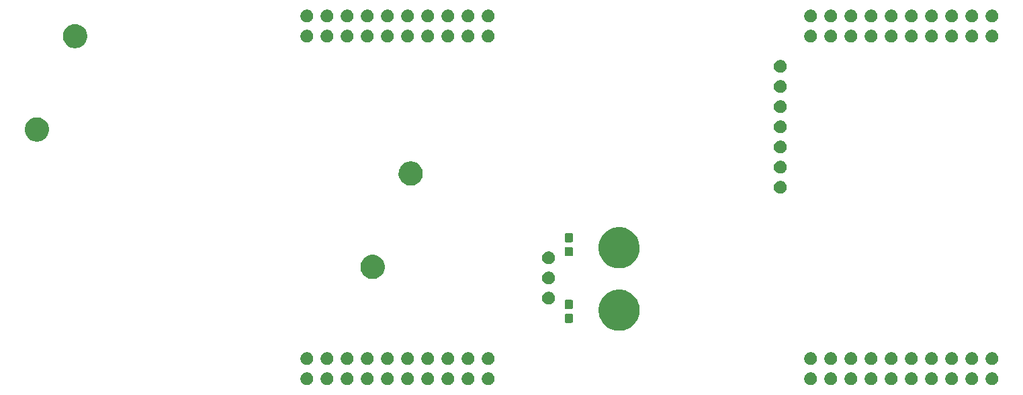
<source format=gbr>
G04 #@! TF.GenerationSoftware,KiCad,Pcbnew,(5.0.2)-1*
G04 #@! TF.CreationDate,2019-03-16T10:07:27-05:00*
G04 #@! TF.ProjectId,ClockingBoard_Hardware,436c6f63-6b69-46e6-9742-6f6172645f48,rev?*
G04 #@! TF.SameCoordinates,Original*
G04 #@! TF.FileFunction,Soldermask,Top*
G04 #@! TF.FilePolarity,Negative*
%FSLAX46Y46*%
G04 Gerber Fmt 4.6, Leading zero omitted, Abs format (unit mm)*
G04 Created by KiCad (PCBNEW (5.0.2)-1) date 3/16/2019 10:07:27 AM*
%MOMM*%
%LPD*%
G01*
G04 APERTURE LIST*
%ADD10C,0.100000*%
G04 APERTURE END LIST*
D10*
G36*
X100566560Y-46210166D02*
X100714153Y-46271301D01*
X100845213Y-46358873D01*
X100846985Y-46360057D01*
X100959943Y-46473015D01*
X101048700Y-46605849D01*
X101109834Y-46753440D01*
X101141000Y-46910122D01*
X101141000Y-47069878D01*
X101109834Y-47226560D01*
X101048700Y-47374151D01*
X100959943Y-47506985D01*
X100846985Y-47619943D01*
X100846982Y-47619945D01*
X100714153Y-47708699D01*
X100714152Y-47708700D01*
X100714151Y-47708700D01*
X100566560Y-47769834D01*
X100409878Y-47801000D01*
X100250122Y-47801000D01*
X100093440Y-47769834D01*
X99945849Y-47708700D01*
X99945848Y-47708700D01*
X99945847Y-47708699D01*
X99813018Y-47619945D01*
X99813015Y-47619943D01*
X99700057Y-47506985D01*
X99611300Y-47374151D01*
X99550166Y-47226560D01*
X99519000Y-47069878D01*
X99519000Y-46910122D01*
X99550166Y-46753440D01*
X99611300Y-46605849D01*
X99700057Y-46473015D01*
X99813015Y-46360057D01*
X99814787Y-46358873D01*
X99945847Y-46271301D01*
X100093440Y-46210166D01*
X100250122Y-46179000D01*
X100409878Y-46179000D01*
X100566560Y-46210166D01*
X100566560Y-46210166D01*
G37*
G36*
X123426560Y-46210166D02*
X123574153Y-46271301D01*
X123705213Y-46358873D01*
X123706985Y-46360057D01*
X123819943Y-46473015D01*
X123908700Y-46605849D01*
X123969834Y-46753440D01*
X124001000Y-46910122D01*
X124001000Y-47069878D01*
X123969834Y-47226560D01*
X123908700Y-47374151D01*
X123819943Y-47506985D01*
X123706985Y-47619943D01*
X123706982Y-47619945D01*
X123574153Y-47708699D01*
X123574152Y-47708700D01*
X123574151Y-47708700D01*
X123426560Y-47769834D01*
X123269878Y-47801000D01*
X123110122Y-47801000D01*
X122953440Y-47769834D01*
X122805849Y-47708700D01*
X122805848Y-47708700D01*
X122805847Y-47708699D01*
X122673018Y-47619945D01*
X122673015Y-47619943D01*
X122560057Y-47506985D01*
X122471300Y-47374151D01*
X122410166Y-47226560D01*
X122379000Y-47069878D01*
X122379000Y-46910122D01*
X122410166Y-46753440D01*
X122471300Y-46605849D01*
X122560057Y-46473015D01*
X122673015Y-46360057D01*
X122674787Y-46358873D01*
X122805847Y-46271301D01*
X122953440Y-46210166D01*
X123110122Y-46179000D01*
X123269878Y-46179000D01*
X123426560Y-46210166D01*
X123426560Y-46210166D01*
G37*
G36*
X37066560Y-46210166D02*
X37214153Y-46271301D01*
X37345213Y-46358873D01*
X37346985Y-46360057D01*
X37459943Y-46473015D01*
X37548700Y-46605849D01*
X37609834Y-46753440D01*
X37641000Y-46910122D01*
X37641000Y-47069878D01*
X37609834Y-47226560D01*
X37548700Y-47374151D01*
X37459943Y-47506985D01*
X37346985Y-47619943D01*
X37346982Y-47619945D01*
X37214153Y-47708699D01*
X37214152Y-47708700D01*
X37214151Y-47708700D01*
X37066560Y-47769834D01*
X36909878Y-47801000D01*
X36750122Y-47801000D01*
X36593440Y-47769834D01*
X36445849Y-47708700D01*
X36445848Y-47708700D01*
X36445847Y-47708699D01*
X36313018Y-47619945D01*
X36313015Y-47619943D01*
X36200057Y-47506985D01*
X36111300Y-47374151D01*
X36050166Y-47226560D01*
X36019000Y-47069878D01*
X36019000Y-46910122D01*
X36050166Y-46753440D01*
X36111300Y-46605849D01*
X36200057Y-46473015D01*
X36313015Y-46360057D01*
X36314787Y-46358873D01*
X36445847Y-46271301D01*
X36593440Y-46210166D01*
X36750122Y-46179000D01*
X36909878Y-46179000D01*
X37066560Y-46210166D01*
X37066560Y-46210166D01*
G37*
G36*
X39606560Y-46210166D02*
X39754153Y-46271301D01*
X39885213Y-46358873D01*
X39886985Y-46360057D01*
X39999943Y-46473015D01*
X40088700Y-46605849D01*
X40149834Y-46753440D01*
X40181000Y-46910122D01*
X40181000Y-47069878D01*
X40149834Y-47226560D01*
X40088700Y-47374151D01*
X39999943Y-47506985D01*
X39886985Y-47619943D01*
X39886982Y-47619945D01*
X39754153Y-47708699D01*
X39754152Y-47708700D01*
X39754151Y-47708700D01*
X39606560Y-47769834D01*
X39449878Y-47801000D01*
X39290122Y-47801000D01*
X39133440Y-47769834D01*
X38985849Y-47708700D01*
X38985848Y-47708700D01*
X38985847Y-47708699D01*
X38853018Y-47619945D01*
X38853015Y-47619943D01*
X38740057Y-47506985D01*
X38651300Y-47374151D01*
X38590166Y-47226560D01*
X38559000Y-47069878D01*
X38559000Y-46910122D01*
X38590166Y-46753440D01*
X38651300Y-46605849D01*
X38740057Y-46473015D01*
X38853015Y-46360057D01*
X38854787Y-46358873D01*
X38985847Y-46271301D01*
X39133440Y-46210166D01*
X39290122Y-46179000D01*
X39449878Y-46179000D01*
X39606560Y-46210166D01*
X39606560Y-46210166D01*
G37*
G36*
X47226560Y-46210166D02*
X47374153Y-46271301D01*
X47505213Y-46358873D01*
X47506985Y-46360057D01*
X47619943Y-46473015D01*
X47708700Y-46605849D01*
X47769834Y-46753440D01*
X47801000Y-46910122D01*
X47801000Y-47069878D01*
X47769834Y-47226560D01*
X47708700Y-47374151D01*
X47619943Y-47506985D01*
X47506985Y-47619943D01*
X47506982Y-47619945D01*
X47374153Y-47708699D01*
X47374152Y-47708700D01*
X47374151Y-47708700D01*
X47226560Y-47769834D01*
X47069878Y-47801000D01*
X46910122Y-47801000D01*
X46753440Y-47769834D01*
X46605849Y-47708700D01*
X46605848Y-47708700D01*
X46605847Y-47708699D01*
X46473018Y-47619945D01*
X46473015Y-47619943D01*
X46360057Y-47506985D01*
X46271300Y-47374151D01*
X46210166Y-47226560D01*
X46179000Y-47069878D01*
X46179000Y-46910122D01*
X46210166Y-46753440D01*
X46271300Y-46605849D01*
X46360057Y-46473015D01*
X46473015Y-46360057D01*
X46474787Y-46358873D01*
X46605847Y-46271301D01*
X46753440Y-46210166D01*
X46910122Y-46179000D01*
X47069878Y-46179000D01*
X47226560Y-46210166D01*
X47226560Y-46210166D01*
G37*
G36*
X44686560Y-46210166D02*
X44834153Y-46271301D01*
X44965213Y-46358873D01*
X44966985Y-46360057D01*
X45079943Y-46473015D01*
X45168700Y-46605849D01*
X45229834Y-46753440D01*
X45261000Y-46910122D01*
X45261000Y-47069878D01*
X45229834Y-47226560D01*
X45168700Y-47374151D01*
X45079943Y-47506985D01*
X44966985Y-47619943D01*
X44966982Y-47619945D01*
X44834153Y-47708699D01*
X44834152Y-47708700D01*
X44834151Y-47708700D01*
X44686560Y-47769834D01*
X44529878Y-47801000D01*
X44370122Y-47801000D01*
X44213440Y-47769834D01*
X44065849Y-47708700D01*
X44065848Y-47708700D01*
X44065847Y-47708699D01*
X43933018Y-47619945D01*
X43933015Y-47619943D01*
X43820057Y-47506985D01*
X43731300Y-47374151D01*
X43670166Y-47226560D01*
X43639000Y-47069878D01*
X43639000Y-46910122D01*
X43670166Y-46753440D01*
X43731300Y-46605849D01*
X43820057Y-46473015D01*
X43933015Y-46360057D01*
X43934787Y-46358873D01*
X44065847Y-46271301D01*
X44213440Y-46210166D01*
X44370122Y-46179000D01*
X44529878Y-46179000D01*
X44686560Y-46210166D01*
X44686560Y-46210166D01*
G37*
G36*
X42146560Y-46210166D02*
X42294153Y-46271301D01*
X42425213Y-46358873D01*
X42426985Y-46360057D01*
X42539943Y-46473015D01*
X42628700Y-46605849D01*
X42689834Y-46753440D01*
X42721000Y-46910122D01*
X42721000Y-47069878D01*
X42689834Y-47226560D01*
X42628700Y-47374151D01*
X42539943Y-47506985D01*
X42426985Y-47619943D01*
X42426982Y-47619945D01*
X42294153Y-47708699D01*
X42294152Y-47708700D01*
X42294151Y-47708700D01*
X42146560Y-47769834D01*
X41989878Y-47801000D01*
X41830122Y-47801000D01*
X41673440Y-47769834D01*
X41525849Y-47708700D01*
X41525848Y-47708700D01*
X41525847Y-47708699D01*
X41393018Y-47619945D01*
X41393015Y-47619943D01*
X41280057Y-47506985D01*
X41191300Y-47374151D01*
X41130166Y-47226560D01*
X41099000Y-47069878D01*
X41099000Y-46910122D01*
X41130166Y-46753440D01*
X41191300Y-46605849D01*
X41280057Y-46473015D01*
X41393015Y-46360057D01*
X41394787Y-46358873D01*
X41525847Y-46271301D01*
X41673440Y-46210166D01*
X41830122Y-46179000D01*
X41989878Y-46179000D01*
X42146560Y-46210166D01*
X42146560Y-46210166D01*
G37*
G36*
X49766560Y-46210166D02*
X49914153Y-46271301D01*
X50045213Y-46358873D01*
X50046985Y-46360057D01*
X50159943Y-46473015D01*
X50248700Y-46605849D01*
X50309834Y-46753440D01*
X50341000Y-46910122D01*
X50341000Y-47069878D01*
X50309834Y-47226560D01*
X50248700Y-47374151D01*
X50159943Y-47506985D01*
X50046985Y-47619943D01*
X50046982Y-47619945D01*
X49914153Y-47708699D01*
X49914152Y-47708700D01*
X49914151Y-47708700D01*
X49766560Y-47769834D01*
X49609878Y-47801000D01*
X49450122Y-47801000D01*
X49293440Y-47769834D01*
X49145849Y-47708700D01*
X49145848Y-47708700D01*
X49145847Y-47708699D01*
X49013018Y-47619945D01*
X49013015Y-47619943D01*
X48900057Y-47506985D01*
X48811300Y-47374151D01*
X48750166Y-47226560D01*
X48719000Y-47069878D01*
X48719000Y-46910122D01*
X48750166Y-46753440D01*
X48811300Y-46605849D01*
X48900057Y-46473015D01*
X49013015Y-46360057D01*
X49014787Y-46358873D01*
X49145847Y-46271301D01*
X49293440Y-46210166D01*
X49450122Y-46179000D01*
X49609878Y-46179000D01*
X49766560Y-46210166D01*
X49766560Y-46210166D01*
G37*
G36*
X52306560Y-46210166D02*
X52454153Y-46271301D01*
X52585213Y-46358873D01*
X52586985Y-46360057D01*
X52699943Y-46473015D01*
X52788700Y-46605849D01*
X52849834Y-46753440D01*
X52881000Y-46910122D01*
X52881000Y-47069878D01*
X52849834Y-47226560D01*
X52788700Y-47374151D01*
X52699943Y-47506985D01*
X52586985Y-47619943D01*
X52586982Y-47619945D01*
X52454153Y-47708699D01*
X52454152Y-47708700D01*
X52454151Y-47708700D01*
X52306560Y-47769834D01*
X52149878Y-47801000D01*
X51990122Y-47801000D01*
X51833440Y-47769834D01*
X51685849Y-47708700D01*
X51685848Y-47708700D01*
X51685847Y-47708699D01*
X51553018Y-47619945D01*
X51553015Y-47619943D01*
X51440057Y-47506985D01*
X51351300Y-47374151D01*
X51290166Y-47226560D01*
X51259000Y-47069878D01*
X51259000Y-46910122D01*
X51290166Y-46753440D01*
X51351300Y-46605849D01*
X51440057Y-46473015D01*
X51553015Y-46360057D01*
X51554787Y-46358873D01*
X51685847Y-46271301D01*
X51833440Y-46210166D01*
X51990122Y-46179000D01*
X52149878Y-46179000D01*
X52306560Y-46210166D01*
X52306560Y-46210166D01*
G37*
G36*
X59926560Y-46210166D02*
X60074153Y-46271301D01*
X60205213Y-46358873D01*
X60206985Y-46360057D01*
X60319943Y-46473015D01*
X60408700Y-46605849D01*
X60469834Y-46753440D01*
X60501000Y-46910122D01*
X60501000Y-47069878D01*
X60469834Y-47226560D01*
X60408700Y-47374151D01*
X60319943Y-47506985D01*
X60206985Y-47619943D01*
X60206982Y-47619945D01*
X60074153Y-47708699D01*
X60074152Y-47708700D01*
X60074151Y-47708700D01*
X59926560Y-47769834D01*
X59769878Y-47801000D01*
X59610122Y-47801000D01*
X59453440Y-47769834D01*
X59305849Y-47708700D01*
X59305848Y-47708700D01*
X59305847Y-47708699D01*
X59173018Y-47619945D01*
X59173015Y-47619943D01*
X59060057Y-47506985D01*
X58971300Y-47374151D01*
X58910166Y-47226560D01*
X58879000Y-47069878D01*
X58879000Y-46910122D01*
X58910166Y-46753440D01*
X58971300Y-46605849D01*
X59060057Y-46473015D01*
X59173015Y-46360057D01*
X59174787Y-46358873D01*
X59305847Y-46271301D01*
X59453440Y-46210166D01*
X59610122Y-46179000D01*
X59769878Y-46179000D01*
X59926560Y-46210166D01*
X59926560Y-46210166D01*
G37*
G36*
X57386560Y-46210166D02*
X57534153Y-46271301D01*
X57665213Y-46358873D01*
X57666985Y-46360057D01*
X57779943Y-46473015D01*
X57868700Y-46605849D01*
X57929834Y-46753440D01*
X57961000Y-46910122D01*
X57961000Y-47069878D01*
X57929834Y-47226560D01*
X57868700Y-47374151D01*
X57779943Y-47506985D01*
X57666985Y-47619943D01*
X57666982Y-47619945D01*
X57534153Y-47708699D01*
X57534152Y-47708700D01*
X57534151Y-47708700D01*
X57386560Y-47769834D01*
X57229878Y-47801000D01*
X57070122Y-47801000D01*
X56913440Y-47769834D01*
X56765849Y-47708700D01*
X56765848Y-47708700D01*
X56765847Y-47708699D01*
X56633018Y-47619945D01*
X56633015Y-47619943D01*
X56520057Y-47506985D01*
X56431300Y-47374151D01*
X56370166Y-47226560D01*
X56339000Y-47069878D01*
X56339000Y-46910122D01*
X56370166Y-46753440D01*
X56431300Y-46605849D01*
X56520057Y-46473015D01*
X56633015Y-46360057D01*
X56634787Y-46358873D01*
X56765847Y-46271301D01*
X56913440Y-46210166D01*
X57070122Y-46179000D01*
X57229878Y-46179000D01*
X57386560Y-46210166D01*
X57386560Y-46210166D01*
G37*
G36*
X120886560Y-46210166D02*
X121034153Y-46271301D01*
X121165213Y-46358873D01*
X121166985Y-46360057D01*
X121279943Y-46473015D01*
X121368700Y-46605849D01*
X121429834Y-46753440D01*
X121461000Y-46910122D01*
X121461000Y-47069878D01*
X121429834Y-47226560D01*
X121368700Y-47374151D01*
X121279943Y-47506985D01*
X121166985Y-47619943D01*
X121166982Y-47619945D01*
X121034153Y-47708699D01*
X121034152Y-47708700D01*
X121034151Y-47708700D01*
X120886560Y-47769834D01*
X120729878Y-47801000D01*
X120570122Y-47801000D01*
X120413440Y-47769834D01*
X120265849Y-47708700D01*
X120265848Y-47708700D01*
X120265847Y-47708699D01*
X120133018Y-47619945D01*
X120133015Y-47619943D01*
X120020057Y-47506985D01*
X119931300Y-47374151D01*
X119870166Y-47226560D01*
X119839000Y-47069878D01*
X119839000Y-46910122D01*
X119870166Y-46753440D01*
X119931300Y-46605849D01*
X120020057Y-46473015D01*
X120133015Y-46360057D01*
X120134787Y-46358873D01*
X120265847Y-46271301D01*
X120413440Y-46210166D01*
X120570122Y-46179000D01*
X120729878Y-46179000D01*
X120886560Y-46210166D01*
X120886560Y-46210166D01*
G37*
G36*
X118346560Y-46210166D02*
X118494153Y-46271301D01*
X118625213Y-46358873D01*
X118626985Y-46360057D01*
X118739943Y-46473015D01*
X118828700Y-46605849D01*
X118889834Y-46753440D01*
X118921000Y-46910122D01*
X118921000Y-47069878D01*
X118889834Y-47226560D01*
X118828700Y-47374151D01*
X118739943Y-47506985D01*
X118626985Y-47619943D01*
X118626982Y-47619945D01*
X118494153Y-47708699D01*
X118494152Y-47708700D01*
X118494151Y-47708700D01*
X118346560Y-47769834D01*
X118189878Y-47801000D01*
X118030122Y-47801000D01*
X117873440Y-47769834D01*
X117725849Y-47708700D01*
X117725848Y-47708700D01*
X117725847Y-47708699D01*
X117593018Y-47619945D01*
X117593015Y-47619943D01*
X117480057Y-47506985D01*
X117391300Y-47374151D01*
X117330166Y-47226560D01*
X117299000Y-47069878D01*
X117299000Y-46910122D01*
X117330166Y-46753440D01*
X117391300Y-46605849D01*
X117480057Y-46473015D01*
X117593015Y-46360057D01*
X117594787Y-46358873D01*
X117725847Y-46271301D01*
X117873440Y-46210166D01*
X118030122Y-46179000D01*
X118189878Y-46179000D01*
X118346560Y-46210166D01*
X118346560Y-46210166D01*
G37*
G36*
X115806560Y-46210166D02*
X115954153Y-46271301D01*
X116085213Y-46358873D01*
X116086985Y-46360057D01*
X116199943Y-46473015D01*
X116288700Y-46605849D01*
X116349834Y-46753440D01*
X116381000Y-46910122D01*
X116381000Y-47069878D01*
X116349834Y-47226560D01*
X116288700Y-47374151D01*
X116199943Y-47506985D01*
X116086985Y-47619943D01*
X116086982Y-47619945D01*
X115954153Y-47708699D01*
X115954152Y-47708700D01*
X115954151Y-47708700D01*
X115806560Y-47769834D01*
X115649878Y-47801000D01*
X115490122Y-47801000D01*
X115333440Y-47769834D01*
X115185849Y-47708700D01*
X115185848Y-47708700D01*
X115185847Y-47708699D01*
X115053018Y-47619945D01*
X115053015Y-47619943D01*
X114940057Y-47506985D01*
X114851300Y-47374151D01*
X114790166Y-47226560D01*
X114759000Y-47069878D01*
X114759000Y-46910122D01*
X114790166Y-46753440D01*
X114851300Y-46605849D01*
X114940057Y-46473015D01*
X115053015Y-46360057D01*
X115054787Y-46358873D01*
X115185847Y-46271301D01*
X115333440Y-46210166D01*
X115490122Y-46179000D01*
X115649878Y-46179000D01*
X115806560Y-46210166D01*
X115806560Y-46210166D01*
G37*
G36*
X113266560Y-46210166D02*
X113414153Y-46271301D01*
X113545213Y-46358873D01*
X113546985Y-46360057D01*
X113659943Y-46473015D01*
X113748700Y-46605849D01*
X113809834Y-46753440D01*
X113841000Y-46910122D01*
X113841000Y-47069878D01*
X113809834Y-47226560D01*
X113748700Y-47374151D01*
X113659943Y-47506985D01*
X113546985Y-47619943D01*
X113546982Y-47619945D01*
X113414153Y-47708699D01*
X113414152Y-47708700D01*
X113414151Y-47708700D01*
X113266560Y-47769834D01*
X113109878Y-47801000D01*
X112950122Y-47801000D01*
X112793440Y-47769834D01*
X112645849Y-47708700D01*
X112645848Y-47708700D01*
X112645847Y-47708699D01*
X112513018Y-47619945D01*
X112513015Y-47619943D01*
X112400057Y-47506985D01*
X112311300Y-47374151D01*
X112250166Y-47226560D01*
X112219000Y-47069878D01*
X112219000Y-46910122D01*
X112250166Y-46753440D01*
X112311300Y-46605849D01*
X112400057Y-46473015D01*
X112513015Y-46360057D01*
X112514787Y-46358873D01*
X112645847Y-46271301D01*
X112793440Y-46210166D01*
X112950122Y-46179000D01*
X113109878Y-46179000D01*
X113266560Y-46210166D01*
X113266560Y-46210166D01*
G37*
G36*
X110726560Y-46210166D02*
X110874153Y-46271301D01*
X111005213Y-46358873D01*
X111006985Y-46360057D01*
X111119943Y-46473015D01*
X111208700Y-46605849D01*
X111269834Y-46753440D01*
X111301000Y-46910122D01*
X111301000Y-47069878D01*
X111269834Y-47226560D01*
X111208700Y-47374151D01*
X111119943Y-47506985D01*
X111006985Y-47619943D01*
X111006982Y-47619945D01*
X110874153Y-47708699D01*
X110874152Y-47708700D01*
X110874151Y-47708700D01*
X110726560Y-47769834D01*
X110569878Y-47801000D01*
X110410122Y-47801000D01*
X110253440Y-47769834D01*
X110105849Y-47708700D01*
X110105848Y-47708700D01*
X110105847Y-47708699D01*
X109973018Y-47619945D01*
X109973015Y-47619943D01*
X109860057Y-47506985D01*
X109771300Y-47374151D01*
X109710166Y-47226560D01*
X109679000Y-47069878D01*
X109679000Y-46910122D01*
X109710166Y-46753440D01*
X109771300Y-46605849D01*
X109860057Y-46473015D01*
X109973015Y-46360057D01*
X109974787Y-46358873D01*
X110105847Y-46271301D01*
X110253440Y-46210166D01*
X110410122Y-46179000D01*
X110569878Y-46179000D01*
X110726560Y-46210166D01*
X110726560Y-46210166D01*
G37*
G36*
X108186560Y-46210166D02*
X108334153Y-46271301D01*
X108465213Y-46358873D01*
X108466985Y-46360057D01*
X108579943Y-46473015D01*
X108668700Y-46605849D01*
X108729834Y-46753440D01*
X108761000Y-46910122D01*
X108761000Y-47069878D01*
X108729834Y-47226560D01*
X108668700Y-47374151D01*
X108579943Y-47506985D01*
X108466985Y-47619943D01*
X108466982Y-47619945D01*
X108334153Y-47708699D01*
X108334152Y-47708700D01*
X108334151Y-47708700D01*
X108186560Y-47769834D01*
X108029878Y-47801000D01*
X107870122Y-47801000D01*
X107713440Y-47769834D01*
X107565849Y-47708700D01*
X107565848Y-47708700D01*
X107565847Y-47708699D01*
X107433018Y-47619945D01*
X107433015Y-47619943D01*
X107320057Y-47506985D01*
X107231300Y-47374151D01*
X107170166Y-47226560D01*
X107139000Y-47069878D01*
X107139000Y-46910122D01*
X107170166Y-46753440D01*
X107231300Y-46605849D01*
X107320057Y-46473015D01*
X107433015Y-46360057D01*
X107434787Y-46358873D01*
X107565847Y-46271301D01*
X107713440Y-46210166D01*
X107870122Y-46179000D01*
X108029878Y-46179000D01*
X108186560Y-46210166D01*
X108186560Y-46210166D01*
G37*
G36*
X105646560Y-46210166D02*
X105794153Y-46271301D01*
X105925213Y-46358873D01*
X105926985Y-46360057D01*
X106039943Y-46473015D01*
X106128700Y-46605849D01*
X106189834Y-46753440D01*
X106221000Y-46910122D01*
X106221000Y-47069878D01*
X106189834Y-47226560D01*
X106128700Y-47374151D01*
X106039943Y-47506985D01*
X105926985Y-47619943D01*
X105926982Y-47619945D01*
X105794153Y-47708699D01*
X105794152Y-47708700D01*
X105794151Y-47708700D01*
X105646560Y-47769834D01*
X105489878Y-47801000D01*
X105330122Y-47801000D01*
X105173440Y-47769834D01*
X105025849Y-47708700D01*
X105025848Y-47708700D01*
X105025847Y-47708699D01*
X104893018Y-47619945D01*
X104893015Y-47619943D01*
X104780057Y-47506985D01*
X104691300Y-47374151D01*
X104630166Y-47226560D01*
X104599000Y-47069878D01*
X104599000Y-46910122D01*
X104630166Y-46753440D01*
X104691300Y-46605849D01*
X104780057Y-46473015D01*
X104893015Y-46360057D01*
X104894787Y-46358873D01*
X105025847Y-46271301D01*
X105173440Y-46210166D01*
X105330122Y-46179000D01*
X105489878Y-46179000D01*
X105646560Y-46210166D01*
X105646560Y-46210166D01*
G37*
G36*
X103106560Y-46210166D02*
X103254153Y-46271301D01*
X103385213Y-46358873D01*
X103386985Y-46360057D01*
X103499943Y-46473015D01*
X103588700Y-46605849D01*
X103649834Y-46753440D01*
X103681000Y-46910122D01*
X103681000Y-47069878D01*
X103649834Y-47226560D01*
X103588700Y-47374151D01*
X103499943Y-47506985D01*
X103386985Y-47619943D01*
X103386982Y-47619945D01*
X103254153Y-47708699D01*
X103254152Y-47708700D01*
X103254151Y-47708700D01*
X103106560Y-47769834D01*
X102949878Y-47801000D01*
X102790122Y-47801000D01*
X102633440Y-47769834D01*
X102485849Y-47708700D01*
X102485848Y-47708700D01*
X102485847Y-47708699D01*
X102353018Y-47619945D01*
X102353015Y-47619943D01*
X102240057Y-47506985D01*
X102151300Y-47374151D01*
X102090166Y-47226560D01*
X102059000Y-47069878D01*
X102059000Y-46910122D01*
X102090166Y-46753440D01*
X102151300Y-46605849D01*
X102240057Y-46473015D01*
X102353015Y-46360057D01*
X102354787Y-46358873D01*
X102485847Y-46271301D01*
X102633440Y-46210166D01*
X102790122Y-46179000D01*
X102949878Y-46179000D01*
X103106560Y-46210166D01*
X103106560Y-46210166D01*
G37*
G36*
X54846560Y-46210166D02*
X54994153Y-46271301D01*
X55125213Y-46358873D01*
X55126985Y-46360057D01*
X55239943Y-46473015D01*
X55328700Y-46605849D01*
X55389834Y-46753440D01*
X55421000Y-46910122D01*
X55421000Y-47069878D01*
X55389834Y-47226560D01*
X55328700Y-47374151D01*
X55239943Y-47506985D01*
X55126985Y-47619943D01*
X55126982Y-47619945D01*
X54994153Y-47708699D01*
X54994152Y-47708700D01*
X54994151Y-47708700D01*
X54846560Y-47769834D01*
X54689878Y-47801000D01*
X54530122Y-47801000D01*
X54373440Y-47769834D01*
X54225849Y-47708700D01*
X54225848Y-47708700D01*
X54225847Y-47708699D01*
X54093018Y-47619945D01*
X54093015Y-47619943D01*
X53980057Y-47506985D01*
X53891300Y-47374151D01*
X53830166Y-47226560D01*
X53799000Y-47069878D01*
X53799000Y-46910122D01*
X53830166Y-46753440D01*
X53891300Y-46605849D01*
X53980057Y-46473015D01*
X54093015Y-46360057D01*
X54094787Y-46358873D01*
X54225847Y-46271301D01*
X54373440Y-46210166D01*
X54530122Y-46179000D01*
X54689878Y-46179000D01*
X54846560Y-46210166D01*
X54846560Y-46210166D01*
G37*
G36*
X115806560Y-43670166D02*
X115954153Y-43731301D01*
X116085213Y-43818873D01*
X116086985Y-43820057D01*
X116199943Y-43933015D01*
X116288700Y-44065849D01*
X116349834Y-44213440D01*
X116381000Y-44370122D01*
X116381000Y-44529878D01*
X116349834Y-44686560D01*
X116288700Y-44834151D01*
X116199943Y-44966985D01*
X116086985Y-45079943D01*
X116086982Y-45079945D01*
X115954153Y-45168699D01*
X115954152Y-45168700D01*
X115954151Y-45168700D01*
X115806560Y-45229834D01*
X115649878Y-45261000D01*
X115490122Y-45261000D01*
X115333440Y-45229834D01*
X115185849Y-45168700D01*
X115185848Y-45168700D01*
X115185847Y-45168699D01*
X115053018Y-45079945D01*
X115053015Y-45079943D01*
X114940057Y-44966985D01*
X114851300Y-44834151D01*
X114790166Y-44686560D01*
X114759000Y-44529878D01*
X114759000Y-44370122D01*
X114790166Y-44213440D01*
X114851300Y-44065849D01*
X114940057Y-43933015D01*
X115053015Y-43820057D01*
X115054787Y-43818873D01*
X115185847Y-43731301D01*
X115333440Y-43670166D01*
X115490122Y-43639000D01*
X115649878Y-43639000D01*
X115806560Y-43670166D01*
X115806560Y-43670166D01*
G37*
G36*
X118346560Y-43670166D02*
X118494153Y-43731301D01*
X118625213Y-43818873D01*
X118626985Y-43820057D01*
X118739943Y-43933015D01*
X118828700Y-44065849D01*
X118889834Y-44213440D01*
X118921000Y-44370122D01*
X118921000Y-44529878D01*
X118889834Y-44686560D01*
X118828700Y-44834151D01*
X118739943Y-44966985D01*
X118626985Y-45079943D01*
X118626982Y-45079945D01*
X118494153Y-45168699D01*
X118494152Y-45168700D01*
X118494151Y-45168700D01*
X118346560Y-45229834D01*
X118189878Y-45261000D01*
X118030122Y-45261000D01*
X117873440Y-45229834D01*
X117725849Y-45168700D01*
X117725848Y-45168700D01*
X117725847Y-45168699D01*
X117593018Y-45079945D01*
X117593015Y-45079943D01*
X117480057Y-44966985D01*
X117391300Y-44834151D01*
X117330166Y-44686560D01*
X117299000Y-44529878D01*
X117299000Y-44370122D01*
X117330166Y-44213440D01*
X117391300Y-44065849D01*
X117480057Y-43933015D01*
X117593015Y-43820057D01*
X117594787Y-43818873D01*
X117725847Y-43731301D01*
X117873440Y-43670166D01*
X118030122Y-43639000D01*
X118189878Y-43639000D01*
X118346560Y-43670166D01*
X118346560Y-43670166D01*
G37*
G36*
X120886560Y-43670166D02*
X121034153Y-43731301D01*
X121165213Y-43818873D01*
X121166985Y-43820057D01*
X121279943Y-43933015D01*
X121368700Y-44065849D01*
X121429834Y-44213440D01*
X121461000Y-44370122D01*
X121461000Y-44529878D01*
X121429834Y-44686560D01*
X121368700Y-44834151D01*
X121279943Y-44966985D01*
X121166985Y-45079943D01*
X121166982Y-45079945D01*
X121034153Y-45168699D01*
X121034152Y-45168700D01*
X121034151Y-45168700D01*
X120886560Y-45229834D01*
X120729878Y-45261000D01*
X120570122Y-45261000D01*
X120413440Y-45229834D01*
X120265849Y-45168700D01*
X120265848Y-45168700D01*
X120265847Y-45168699D01*
X120133018Y-45079945D01*
X120133015Y-45079943D01*
X120020057Y-44966985D01*
X119931300Y-44834151D01*
X119870166Y-44686560D01*
X119839000Y-44529878D01*
X119839000Y-44370122D01*
X119870166Y-44213440D01*
X119931300Y-44065849D01*
X120020057Y-43933015D01*
X120133015Y-43820057D01*
X120134787Y-43818873D01*
X120265847Y-43731301D01*
X120413440Y-43670166D01*
X120570122Y-43639000D01*
X120729878Y-43639000D01*
X120886560Y-43670166D01*
X120886560Y-43670166D01*
G37*
G36*
X123426560Y-43670166D02*
X123574153Y-43731301D01*
X123705213Y-43818873D01*
X123706985Y-43820057D01*
X123819943Y-43933015D01*
X123908700Y-44065849D01*
X123969834Y-44213440D01*
X124001000Y-44370122D01*
X124001000Y-44529878D01*
X123969834Y-44686560D01*
X123908700Y-44834151D01*
X123819943Y-44966985D01*
X123706985Y-45079943D01*
X123706982Y-45079945D01*
X123574153Y-45168699D01*
X123574152Y-45168700D01*
X123574151Y-45168700D01*
X123426560Y-45229834D01*
X123269878Y-45261000D01*
X123110122Y-45261000D01*
X122953440Y-45229834D01*
X122805849Y-45168700D01*
X122805848Y-45168700D01*
X122805847Y-45168699D01*
X122673018Y-45079945D01*
X122673015Y-45079943D01*
X122560057Y-44966985D01*
X122471300Y-44834151D01*
X122410166Y-44686560D01*
X122379000Y-44529878D01*
X122379000Y-44370122D01*
X122410166Y-44213440D01*
X122471300Y-44065849D01*
X122560057Y-43933015D01*
X122673015Y-43820057D01*
X122674787Y-43818873D01*
X122805847Y-43731301D01*
X122953440Y-43670166D01*
X123110122Y-43639000D01*
X123269878Y-43639000D01*
X123426560Y-43670166D01*
X123426560Y-43670166D01*
G37*
G36*
X52306560Y-43670166D02*
X52454153Y-43731301D01*
X52585213Y-43818873D01*
X52586985Y-43820057D01*
X52699943Y-43933015D01*
X52788700Y-44065849D01*
X52849834Y-44213440D01*
X52881000Y-44370122D01*
X52881000Y-44529878D01*
X52849834Y-44686560D01*
X52788700Y-44834151D01*
X52699943Y-44966985D01*
X52586985Y-45079943D01*
X52586982Y-45079945D01*
X52454153Y-45168699D01*
X52454152Y-45168700D01*
X52454151Y-45168700D01*
X52306560Y-45229834D01*
X52149878Y-45261000D01*
X51990122Y-45261000D01*
X51833440Y-45229834D01*
X51685849Y-45168700D01*
X51685848Y-45168700D01*
X51685847Y-45168699D01*
X51553018Y-45079945D01*
X51553015Y-45079943D01*
X51440057Y-44966985D01*
X51351300Y-44834151D01*
X51290166Y-44686560D01*
X51259000Y-44529878D01*
X51259000Y-44370122D01*
X51290166Y-44213440D01*
X51351300Y-44065849D01*
X51440057Y-43933015D01*
X51553015Y-43820057D01*
X51554787Y-43818873D01*
X51685847Y-43731301D01*
X51833440Y-43670166D01*
X51990122Y-43639000D01*
X52149878Y-43639000D01*
X52306560Y-43670166D01*
X52306560Y-43670166D01*
G37*
G36*
X49766560Y-43670166D02*
X49914153Y-43731301D01*
X50045213Y-43818873D01*
X50046985Y-43820057D01*
X50159943Y-43933015D01*
X50248700Y-44065849D01*
X50309834Y-44213440D01*
X50341000Y-44370122D01*
X50341000Y-44529878D01*
X50309834Y-44686560D01*
X50248700Y-44834151D01*
X50159943Y-44966985D01*
X50046985Y-45079943D01*
X50046982Y-45079945D01*
X49914153Y-45168699D01*
X49914152Y-45168700D01*
X49914151Y-45168700D01*
X49766560Y-45229834D01*
X49609878Y-45261000D01*
X49450122Y-45261000D01*
X49293440Y-45229834D01*
X49145849Y-45168700D01*
X49145848Y-45168700D01*
X49145847Y-45168699D01*
X49013018Y-45079945D01*
X49013015Y-45079943D01*
X48900057Y-44966985D01*
X48811300Y-44834151D01*
X48750166Y-44686560D01*
X48719000Y-44529878D01*
X48719000Y-44370122D01*
X48750166Y-44213440D01*
X48811300Y-44065849D01*
X48900057Y-43933015D01*
X49013015Y-43820057D01*
X49014787Y-43818873D01*
X49145847Y-43731301D01*
X49293440Y-43670166D01*
X49450122Y-43639000D01*
X49609878Y-43639000D01*
X49766560Y-43670166D01*
X49766560Y-43670166D01*
G37*
G36*
X37066560Y-43670166D02*
X37214153Y-43731301D01*
X37345213Y-43818873D01*
X37346985Y-43820057D01*
X37459943Y-43933015D01*
X37548700Y-44065849D01*
X37609834Y-44213440D01*
X37641000Y-44370122D01*
X37641000Y-44529878D01*
X37609834Y-44686560D01*
X37548700Y-44834151D01*
X37459943Y-44966985D01*
X37346985Y-45079943D01*
X37346982Y-45079945D01*
X37214153Y-45168699D01*
X37214152Y-45168700D01*
X37214151Y-45168700D01*
X37066560Y-45229834D01*
X36909878Y-45261000D01*
X36750122Y-45261000D01*
X36593440Y-45229834D01*
X36445849Y-45168700D01*
X36445848Y-45168700D01*
X36445847Y-45168699D01*
X36313018Y-45079945D01*
X36313015Y-45079943D01*
X36200057Y-44966985D01*
X36111300Y-44834151D01*
X36050166Y-44686560D01*
X36019000Y-44529878D01*
X36019000Y-44370122D01*
X36050166Y-44213440D01*
X36111300Y-44065849D01*
X36200057Y-43933015D01*
X36313015Y-43820057D01*
X36314787Y-43818873D01*
X36445847Y-43731301D01*
X36593440Y-43670166D01*
X36750122Y-43639000D01*
X36909878Y-43639000D01*
X37066560Y-43670166D01*
X37066560Y-43670166D01*
G37*
G36*
X39606560Y-43670166D02*
X39754153Y-43731301D01*
X39885213Y-43818873D01*
X39886985Y-43820057D01*
X39999943Y-43933015D01*
X40088700Y-44065849D01*
X40149834Y-44213440D01*
X40181000Y-44370122D01*
X40181000Y-44529878D01*
X40149834Y-44686560D01*
X40088700Y-44834151D01*
X39999943Y-44966985D01*
X39886985Y-45079943D01*
X39886982Y-45079945D01*
X39754153Y-45168699D01*
X39754152Y-45168700D01*
X39754151Y-45168700D01*
X39606560Y-45229834D01*
X39449878Y-45261000D01*
X39290122Y-45261000D01*
X39133440Y-45229834D01*
X38985849Y-45168700D01*
X38985848Y-45168700D01*
X38985847Y-45168699D01*
X38853018Y-45079945D01*
X38853015Y-45079943D01*
X38740057Y-44966985D01*
X38651300Y-44834151D01*
X38590166Y-44686560D01*
X38559000Y-44529878D01*
X38559000Y-44370122D01*
X38590166Y-44213440D01*
X38651300Y-44065849D01*
X38740057Y-43933015D01*
X38853015Y-43820057D01*
X38854787Y-43818873D01*
X38985847Y-43731301D01*
X39133440Y-43670166D01*
X39290122Y-43639000D01*
X39449878Y-43639000D01*
X39606560Y-43670166D01*
X39606560Y-43670166D01*
G37*
G36*
X42146560Y-43670166D02*
X42294153Y-43731301D01*
X42425213Y-43818873D01*
X42426985Y-43820057D01*
X42539943Y-43933015D01*
X42628700Y-44065849D01*
X42689834Y-44213440D01*
X42721000Y-44370122D01*
X42721000Y-44529878D01*
X42689834Y-44686560D01*
X42628700Y-44834151D01*
X42539943Y-44966985D01*
X42426985Y-45079943D01*
X42426982Y-45079945D01*
X42294153Y-45168699D01*
X42294152Y-45168700D01*
X42294151Y-45168700D01*
X42146560Y-45229834D01*
X41989878Y-45261000D01*
X41830122Y-45261000D01*
X41673440Y-45229834D01*
X41525849Y-45168700D01*
X41525848Y-45168700D01*
X41525847Y-45168699D01*
X41393018Y-45079945D01*
X41393015Y-45079943D01*
X41280057Y-44966985D01*
X41191300Y-44834151D01*
X41130166Y-44686560D01*
X41099000Y-44529878D01*
X41099000Y-44370122D01*
X41130166Y-44213440D01*
X41191300Y-44065849D01*
X41280057Y-43933015D01*
X41393015Y-43820057D01*
X41394787Y-43818873D01*
X41525847Y-43731301D01*
X41673440Y-43670166D01*
X41830122Y-43639000D01*
X41989878Y-43639000D01*
X42146560Y-43670166D01*
X42146560Y-43670166D01*
G37*
G36*
X44686560Y-43670166D02*
X44834153Y-43731301D01*
X44965213Y-43818873D01*
X44966985Y-43820057D01*
X45079943Y-43933015D01*
X45168700Y-44065849D01*
X45229834Y-44213440D01*
X45261000Y-44370122D01*
X45261000Y-44529878D01*
X45229834Y-44686560D01*
X45168700Y-44834151D01*
X45079943Y-44966985D01*
X44966985Y-45079943D01*
X44966982Y-45079945D01*
X44834153Y-45168699D01*
X44834152Y-45168700D01*
X44834151Y-45168700D01*
X44686560Y-45229834D01*
X44529878Y-45261000D01*
X44370122Y-45261000D01*
X44213440Y-45229834D01*
X44065849Y-45168700D01*
X44065848Y-45168700D01*
X44065847Y-45168699D01*
X43933018Y-45079945D01*
X43933015Y-45079943D01*
X43820057Y-44966985D01*
X43731300Y-44834151D01*
X43670166Y-44686560D01*
X43639000Y-44529878D01*
X43639000Y-44370122D01*
X43670166Y-44213440D01*
X43731300Y-44065849D01*
X43820057Y-43933015D01*
X43933015Y-43820057D01*
X43934787Y-43818873D01*
X44065847Y-43731301D01*
X44213440Y-43670166D01*
X44370122Y-43639000D01*
X44529878Y-43639000D01*
X44686560Y-43670166D01*
X44686560Y-43670166D01*
G37*
G36*
X47226560Y-43670166D02*
X47374153Y-43731301D01*
X47505213Y-43818873D01*
X47506985Y-43820057D01*
X47619943Y-43933015D01*
X47708700Y-44065849D01*
X47769834Y-44213440D01*
X47801000Y-44370122D01*
X47801000Y-44529878D01*
X47769834Y-44686560D01*
X47708700Y-44834151D01*
X47619943Y-44966985D01*
X47506985Y-45079943D01*
X47506982Y-45079945D01*
X47374153Y-45168699D01*
X47374152Y-45168700D01*
X47374151Y-45168700D01*
X47226560Y-45229834D01*
X47069878Y-45261000D01*
X46910122Y-45261000D01*
X46753440Y-45229834D01*
X46605849Y-45168700D01*
X46605848Y-45168700D01*
X46605847Y-45168699D01*
X46473018Y-45079945D01*
X46473015Y-45079943D01*
X46360057Y-44966985D01*
X46271300Y-44834151D01*
X46210166Y-44686560D01*
X46179000Y-44529878D01*
X46179000Y-44370122D01*
X46210166Y-44213440D01*
X46271300Y-44065849D01*
X46360057Y-43933015D01*
X46473015Y-43820057D01*
X46474787Y-43818873D01*
X46605847Y-43731301D01*
X46753440Y-43670166D01*
X46910122Y-43639000D01*
X47069878Y-43639000D01*
X47226560Y-43670166D01*
X47226560Y-43670166D01*
G37*
G36*
X108186560Y-43670166D02*
X108334153Y-43731301D01*
X108465213Y-43818873D01*
X108466985Y-43820057D01*
X108579943Y-43933015D01*
X108668700Y-44065849D01*
X108729834Y-44213440D01*
X108761000Y-44370122D01*
X108761000Y-44529878D01*
X108729834Y-44686560D01*
X108668700Y-44834151D01*
X108579943Y-44966985D01*
X108466985Y-45079943D01*
X108466982Y-45079945D01*
X108334153Y-45168699D01*
X108334152Y-45168700D01*
X108334151Y-45168700D01*
X108186560Y-45229834D01*
X108029878Y-45261000D01*
X107870122Y-45261000D01*
X107713440Y-45229834D01*
X107565849Y-45168700D01*
X107565848Y-45168700D01*
X107565847Y-45168699D01*
X107433018Y-45079945D01*
X107433015Y-45079943D01*
X107320057Y-44966985D01*
X107231300Y-44834151D01*
X107170166Y-44686560D01*
X107139000Y-44529878D01*
X107139000Y-44370122D01*
X107170166Y-44213440D01*
X107231300Y-44065849D01*
X107320057Y-43933015D01*
X107433015Y-43820057D01*
X107434787Y-43818873D01*
X107565847Y-43731301D01*
X107713440Y-43670166D01*
X107870122Y-43639000D01*
X108029878Y-43639000D01*
X108186560Y-43670166D01*
X108186560Y-43670166D01*
G37*
G36*
X105646560Y-43670166D02*
X105794153Y-43731301D01*
X105925213Y-43818873D01*
X105926985Y-43820057D01*
X106039943Y-43933015D01*
X106128700Y-44065849D01*
X106189834Y-44213440D01*
X106221000Y-44370122D01*
X106221000Y-44529878D01*
X106189834Y-44686560D01*
X106128700Y-44834151D01*
X106039943Y-44966985D01*
X105926985Y-45079943D01*
X105926982Y-45079945D01*
X105794153Y-45168699D01*
X105794152Y-45168700D01*
X105794151Y-45168700D01*
X105646560Y-45229834D01*
X105489878Y-45261000D01*
X105330122Y-45261000D01*
X105173440Y-45229834D01*
X105025849Y-45168700D01*
X105025848Y-45168700D01*
X105025847Y-45168699D01*
X104893018Y-45079945D01*
X104893015Y-45079943D01*
X104780057Y-44966985D01*
X104691300Y-44834151D01*
X104630166Y-44686560D01*
X104599000Y-44529878D01*
X104599000Y-44370122D01*
X104630166Y-44213440D01*
X104691300Y-44065849D01*
X104780057Y-43933015D01*
X104893015Y-43820057D01*
X104894787Y-43818873D01*
X105025847Y-43731301D01*
X105173440Y-43670166D01*
X105330122Y-43639000D01*
X105489878Y-43639000D01*
X105646560Y-43670166D01*
X105646560Y-43670166D01*
G37*
G36*
X103106560Y-43670166D02*
X103254153Y-43731301D01*
X103385213Y-43818873D01*
X103386985Y-43820057D01*
X103499943Y-43933015D01*
X103588700Y-44065849D01*
X103649834Y-44213440D01*
X103681000Y-44370122D01*
X103681000Y-44529878D01*
X103649834Y-44686560D01*
X103588700Y-44834151D01*
X103499943Y-44966985D01*
X103386985Y-45079943D01*
X103386982Y-45079945D01*
X103254153Y-45168699D01*
X103254152Y-45168700D01*
X103254151Y-45168700D01*
X103106560Y-45229834D01*
X102949878Y-45261000D01*
X102790122Y-45261000D01*
X102633440Y-45229834D01*
X102485849Y-45168700D01*
X102485848Y-45168700D01*
X102485847Y-45168699D01*
X102353018Y-45079945D01*
X102353015Y-45079943D01*
X102240057Y-44966985D01*
X102151300Y-44834151D01*
X102090166Y-44686560D01*
X102059000Y-44529878D01*
X102059000Y-44370122D01*
X102090166Y-44213440D01*
X102151300Y-44065849D01*
X102240057Y-43933015D01*
X102353015Y-43820057D01*
X102354787Y-43818873D01*
X102485847Y-43731301D01*
X102633440Y-43670166D01*
X102790122Y-43639000D01*
X102949878Y-43639000D01*
X103106560Y-43670166D01*
X103106560Y-43670166D01*
G37*
G36*
X100566560Y-43670166D02*
X100714153Y-43731301D01*
X100845213Y-43818873D01*
X100846985Y-43820057D01*
X100959943Y-43933015D01*
X101048700Y-44065849D01*
X101109834Y-44213440D01*
X101141000Y-44370122D01*
X101141000Y-44529878D01*
X101109834Y-44686560D01*
X101048700Y-44834151D01*
X100959943Y-44966985D01*
X100846985Y-45079943D01*
X100846982Y-45079945D01*
X100714153Y-45168699D01*
X100714152Y-45168700D01*
X100714151Y-45168700D01*
X100566560Y-45229834D01*
X100409878Y-45261000D01*
X100250122Y-45261000D01*
X100093440Y-45229834D01*
X99945849Y-45168700D01*
X99945848Y-45168700D01*
X99945847Y-45168699D01*
X99813018Y-45079945D01*
X99813015Y-45079943D01*
X99700057Y-44966985D01*
X99611300Y-44834151D01*
X99550166Y-44686560D01*
X99519000Y-44529878D01*
X99519000Y-44370122D01*
X99550166Y-44213440D01*
X99611300Y-44065849D01*
X99700057Y-43933015D01*
X99813015Y-43820057D01*
X99814787Y-43818873D01*
X99945847Y-43731301D01*
X100093440Y-43670166D01*
X100250122Y-43639000D01*
X100409878Y-43639000D01*
X100566560Y-43670166D01*
X100566560Y-43670166D01*
G37*
G36*
X54846560Y-43670166D02*
X54994153Y-43731301D01*
X55125213Y-43818873D01*
X55126985Y-43820057D01*
X55239943Y-43933015D01*
X55328700Y-44065849D01*
X55389834Y-44213440D01*
X55421000Y-44370122D01*
X55421000Y-44529878D01*
X55389834Y-44686560D01*
X55328700Y-44834151D01*
X55239943Y-44966985D01*
X55126985Y-45079943D01*
X55126982Y-45079945D01*
X54994153Y-45168699D01*
X54994152Y-45168700D01*
X54994151Y-45168700D01*
X54846560Y-45229834D01*
X54689878Y-45261000D01*
X54530122Y-45261000D01*
X54373440Y-45229834D01*
X54225849Y-45168700D01*
X54225848Y-45168700D01*
X54225847Y-45168699D01*
X54093018Y-45079945D01*
X54093015Y-45079943D01*
X53980057Y-44966985D01*
X53891300Y-44834151D01*
X53830166Y-44686560D01*
X53799000Y-44529878D01*
X53799000Y-44370122D01*
X53830166Y-44213440D01*
X53891300Y-44065849D01*
X53980057Y-43933015D01*
X54093015Y-43820057D01*
X54094787Y-43818873D01*
X54225847Y-43731301D01*
X54373440Y-43670166D01*
X54530122Y-43639000D01*
X54689878Y-43639000D01*
X54846560Y-43670166D01*
X54846560Y-43670166D01*
G37*
G36*
X57386560Y-43670166D02*
X57534153Y-43731301D01*
X57665213Y-43818873D01*
X57666985Y-43820057D01*
X57779943Y-43933015D01*
X57868700Y-44065849D01*
X57929834Y-44213440D01*
X57961000Y-44370122D01*
X57961000Y-44529878D01*
X57929834Y-44686560D01*
X57868700Y-44834151D01*
X57779943Y-44966985D01*
X57666985Y-45079943D01*
X57666982Y-45079945D01*
X57534153Y-45168699D01*
X57534152Y-45168700D01*
X57534151Y-45168700D01*
X57386560Y-45229834D01*
X57229878Y-45261000D01*
X57070122Y-45261000D01*
X56913440Y-45229834D01*
X56765849Y-45168700D01*
X56765848Y-45168700D01*
X56765847Y-45168699D01*
X56633018Y-45079945D01*
X56633015Y-45079943D01*
X56520057Y-44966985D01*
X56431300Y-44834151D01*
X56370166Y-44686560D01*
X56339000Y-44529878D01*
X56339000Y-44370122D01*
X56370166Y-44213440D01*
X56431300Y-44065849D01*
X56520057Y-43933015D01*
X56633015Y-43820057D01*
X56634787Y-43818873D01*
X56765847Y-43731301D01*
X56913440Y-43670166D01*
X57070122Y-43639000D01*
X57229878Y-43639000D01*
X57386560Y-43670166D01*
X57386560Y-43670166D01*
G37*
G36*
X59926560Y-43670166D02*
X60074153Y-43731301D01*
X60205213Y-43818873D01*
X60206985Y-43820057D01*
X60319943Y-43933015D01*
X60408700Y-44065849D01*
X60469834Y-44213440D01*
X60501000Y-44370122D01*
X60501000Y-44529878D01*
X60469834Y-44686560D01*
X60408700Y-44834151D01*
X60319943Y-44966985D01*
X60206985Y-45079943D01*
X60206982Y-45079945D01*
X60074153Y-45168699D01*
X60074152Y-45168700D01*
X60074151Y-45168700D01*
X59926560Y-45229834D01*
X59769878Y-45261000D01*
X59610122Y-45261000D01*
X59453440Y-45229834D01*
X59305849Y-45168700D01*
X59305848Y-45168700D01*
X59305847Y-45168699D01*
X59173018Y-45079945D01*
X59173015Y-45079943D01*
X59060057Y-44966985D01*
X58971300Y-44834151D01*
X58910166Y-44686560D01*
X58879000Y-44529878D01*
X58879000Y-44370122D01*
X58910166Y-44213440D01*
X58971300Y-44065849D01*
X59060057Y-43933015D01*
X59173015Y-43820057D01*
X59174787Y-43818873D01*
X59305847Y-43731301D01*
X59453440Y-43670166D01*
X59610122Y-43639000D01*
X59769878Y-43639000D01*
X59926560Y-43670166D01*
X59926560Y-43670166D01*
G37*
G36*
X110726560Y-43670166D02*
X110874153Y-43731301D01*
X111005213Y-43818873D01*
X111006985Y-43820057D01*
X111119943Y-43933015D01*
X111208700Y-44065849D01*
X111269834Y-44213440D01*
X111301000Y-44370122D01*
X111301000Y-44529878D01*
X111269834Y-44686560D01*
X111208700Y-44834151D01*
X111119943Y-44966985D01*
X111006985Y-45079943D01*
X111006982Y-45079945D01*
X110874153Y-45168699D01*
X110874152Y-45168700D01*
X110874151Y-45168700D01*
X110726560Y-45229834D01*
X110569878Y-45261000D01*
X110410122Y-45261000D01*
X110253440Y-45229834D01*
X110105849Y-45168700D01*
X110105848Y-45168700D01*
X110105847Y-45168699D01*
X109973018Y-45079945D01*
X109973015Y-45079943D01*
X109860057Y-44966985D01*
X109771300Y-44834151D01*
X109710166Y-44686560D01*
X109679000Y-44529878D01*
X109679000Y-44370122D01*
X109710166Y-44213440D01*
X109771300Y-44065849D01*
X109860057Y-43933015D01*
X109973015Y-43820057D01*
X109974787Y-43818873D01*
X110105847Y-43731301D01*
X110253440Y-43670166D01*
X110410122Y-43639000D01*
X110569878Y-43639000D01*
X110726560Y-43670166D01*
X110726560Y-43670166D01*
G37*
G36*
X113266560Y-43670166D02*
X113414153Y-43731301D01*
X113545213Y-43818873D01*
X113546985Y-43820057D01*
X113659943Y-43933015D01*
X113748700Y-44065849D01*
X113809834Y-44213440D01*
X113841000Y-44370122D01*
X113841000Y-44529878D01*
X113809834Y-44686560D01*
X113748700Y-44834151D01*
X113659943Y-44966985D01*
X113546985Y-45079943D01*
X113546982Y-45079945D01*
X113414153Y-45168699D01*
X113414152Y-45168700D01*
X113414151Y-45168700D01*
X113266560Y-45229834D01*
X113109878Y-45261000D01*
X112950122Y-45261000D01*
X112793440Y-45229834D01*
X112645849Y-45168700D01*
X112645848Y-45168700D01*
X112645847Y-45168699D01*
X112513018Y-45079945D01*
X112513015Y-45079943D01*
X112400057Y-44966985D01*
X112311300Y-44834151D01*
X112250166Y-44686560D01*
X112219000Y-44529878D01*
X112219000Y-44370122D01*
X112250166Y-44213440D01*
X112311300Y-44065849D01*
X112400057Y-43933015D01*
X112513015Y-43820057D01*
X112514787Y-43818873D01*
X112645847Y-43731301D01*
X112793440Y-43670166D01*
X112950122Y-43639000D01*
X113109878Y-43639000D01*
X113266560Y-43670166D01*
X113266560Y-43670166D01*
G37*
G36*
X76788908Y-35829380D02*
X76955767Y-35862570D01*
X77427299Y-36057885D01*
X77637746Y-36198502D01*
X77851669Y-36341441D01*
X78212559Y-36702331D01*
X78212561Y-36702334D01*
X78496115Y-37126701D01*
X78691430Y-37598233D01*
X78724620Y-37765092D01*
X78791000Y-38098807D01*
X78791000Y-38609193D01*
X78751093Y-38809819D01*
X78691430Y-39109767D01*
X78496115Y-39581299D01*
X78282044Y-39901677D01*
X78212559Y-40005669D01*
X77851669Y-40366559D01*
X77851666Y-40366561D01*
X77427299Y-40650115D01*
X76955767Y-40845430D01*
X76788908Y-40878620D01*
X76455193Y-40945000D01*
X75944807Y-40945000D01*
X75611092Y-40878620D01*
X75444233Y-40845430D01*
X74972701Y-40650115D01*
X74548334Y-40366561D01*
X74548331Y-40366559D01*
X74187441Y-40005669D01*
X74117956Y-39901677D01*
X73903885Y-39581299D01*
X73708570Y-39109767D01*
X73648907Y-38809819D01*
X73609000Y-38609193D01*
X73609000Y-38098807D01*
X73675380Y-37765092D01*
X73708570Y-37598233D01*
X73903885Y-37126701D01*
X74187439Y-36702334D01*
X74187441Y-36702331D01*
X74548331Y-36341441D01*
X74762254Y-36198502D01*
X74972701Y-36057885D01*
X75444233Y-35862570D01*
X75611092Y-35829380D01*
X75944807Y-35763000D01*
X76455193Y-35763000D01*
X76788908Y-35829380D01*
X76788908Y-35829380D01*
G37*
G36*
X70214499Y-38798445D02*
X70251993Y-38809819D01*
X70286557Y-38828294D01*
X70316847Y-38853153D01*
X70341706Y-38883443D01*
X70360181Y-38918007D01*
X70371555Y-38955501D01*
X70376000Y-39000638D01*
X70376000Y-39739362D01*
X70371555Y-39784499D01*
X70360181Y-39821993D01*
X70341706Y-39856557D01*
X70316847Y-39886847D01*
X70286557Y-39911706D01*
X70251993Y-39930181D01*
X70214499Y-39941555D01*
X70169362Y-39946000D01*
X69530638Y-39946000D01*
X69485501Y-39941555D01*
X69448007Y-39930181D01*
X69413443Y-39911706D01*
X69383153Y-39886847D01*
X69358294Y-39856557D01*
X69339819Y-39821993D01*
X69328445Y-39784499D01*
X69324000Y-39739362D01*
X69324000Y-39000638D01*
X69328445Y-38955501D01*
X69339819Y-38918007D01*
X69358294Y-38883443D01*
X69383153Y-38853153D01*
X69413443Y-38828294D01*
X69448007Y-38809819D01*
X69485501Y-38798445D01*
X69530638Y-38794000D01*
X70169362Y-38794000D01*
X70214499Y-38798445D01*
X70214499Y-38798445D01*
G37*
G36*
X70214499Y-37048445D02*
X70251993Y-37059819D01*
X70286557Y-37078294D01*
X70316847Y-37103153D01*
X70341706Y-37133443D01*
X70360181Y-37168007D01*
X70371555Y-37205501D01*
X70376000Y-37250638D01*
X70376000Y-37989362D01*
X70371555Y-38034499D01*
X70360181Y-38071993D01*
X70341706Y-38106557D01*
X70316847Y-38136847D01*
X70286557Y-38161706D01*
X70251993Y-38180181D01*
X70214499Y-38191555D01*
X70169362Y-38196000D01*
X69530638Y-38196000D01*
X69485501Y-38191555D01*
X69448007Y-38180181D01*
X69413443Y-38161706D01*
X69383153Y-38136847D01*
X69358294Y-38106557D01*
X69339819Y-38071993D01*
X69328445Y-38034499D01*
X69324000Y-37989362D01*
X69324000Y-37250638D01*
X69328445Y-37205501D01*
X69339819Y-37168007D01*
X69358294Y-37133443D01*
X69383153Y-37103153D01*
X69413443Y-37078294D01*
X69448007Y-37059819D01*
X69485501Y-37048445D01*
X69530638Y-37044000D01*
X70169362Y-37044000D01*
X70214499Y-37048445D01*
X70214499Y-37048445D01*
G37*
G36*
X67547142Y-36048242D02*
X67695102Y-36109530D01*
X67828258Y-36198502D01*
X67941498Y-36311742D01*
X68030470Y-36444898D01*
X68091758Y-36592858D01*
X68123000Y-36749925D01*
X68123000Y-36910075D01*
X68091758Y-37067142D01*
X68030470Y-37215102D01*
X67941498Y-37348258D01*
X67828258Y-37461498D01*
X67695102Y-37550470D01*
X67547142Y-37611758D01*
X67390075Y-37643000D01*
X67229925Y-37643000D01*
X67072858Y-37611758D01*
X66924898Y-37550470D01*
X66791742Y-37461498D01*
X66678502Y-37348258D01*
X66589530Y-37215102D01*
X66528242Y-37067142D01*
X66497000Y-36910075D01*
X66497000Y-36749925D01*
X66528242Y-36592858D01*
X66589530Y-36444898D01*
X66678502Y-36311742D01*
X66791742Y-36198502D01*
X66924898Y-36109530D01*
X67072858Y-36048242D01*
X67229925Y-36017000D01*
X67390075Y-36017000D01*
X67547142Y-36048242D01*
X67547142Y-36048242D01*
G37*
G36*
X67547142Y-33508242D02*
X67695102Y-33569530D01*
X67828258Y-33658502D01*
X67941498Y-33771742D01*
X68030470Y-33904898D01*
X68091758Y-34052858D01*
X68123000Y-34209925D01*
X68123000Y-34370075D01*
X68091758Y-34527142D01*
X68030470Y-34675102D01*
X67941498Y-34808258D01*
X67828258Y-34921498D01*
X67695102Y-35010470D01*
X67547142Y-35071758D01*
X67390075Y-35103000D01*
X67229925Y-35103000D01*
X67072858Y-35071758D01*
X66924898Y-35010470D01*
X66791742Y-34921498D01*
X66678502Y-34808258D01*
X66589530Y-34675102D01*
X66528242Y-34527142D01*
X66497000Y-34370075D01*
X66497000Y-34209925D01*
X66528242Y-34052858D01*
X66589530Y-33904898D01*
X66678502Y-33771742D01*
X66791742Y-33658502D01*
X66924898Y-33569530D01*
X67072858Y-33508242D01*
X67229925Y-33477000D01*
X67390075Y-33477000D01*
X67547142Y-33508242D01*
X67547142Y-33508242D01*
G37*
G36*
X45322331Y-31374499D02*
X45562613Y-31422294D01*
X45839999Y-31537191D01*
X46038649Y-31669925D01*
X46089644Y-31703999D01*
X46301941Y-31916296D01*
X46301943Y-31916299D01*
X46468749Y-32165941D01*
X46583646Y-32443327D01*
X46642220Y-32737799D01*
X46642220Y-33038041D01*
X46583646Y-33332513D01*
X46468749Y-33609899D01*
X46360608Y-33771743D01*
X46301941Y-33859544D01*
X46089644Y-34071841D01*
X46089641Y-34071843D01*
X45839999Y-34238649D01*
X45562613Y-34353546D01*
X45415377Y-34382833D01*
X45268142Y-34412120D01*
X44967898Y-34412120D01*
X44820663Y-34382833D01*
X44673427Y-34353546D01*
X44396041Y-34238649D01*
X44146399Y-34071843D01*
X44146396Y-34071841D01*
X43934099Y-33859544D01*
X43875432Y-33771743D01*
X43767291Y-33609899D01*
X43652394Y-33332513D01*
X43593820Y-33038041D01*
X43593820Y-32737799D01*
X43652394Y-32443327D01*
X43767291Y-32165941D01*
X43934097Y-31916299D01*
X43934099Y-31916296D01*
X44146396Y-31703999D01*
X44197391Y-31669925D01*
X44396041Y-31537191D01*
X44673427Y-31422294D01*
X44913709Y-31374499D01*
X44967898Y-31363720D01*
X45268142Y-31363720D01*
X45322331Y-31374499D01*
X45322331Y-31374499D01*
G37*
G36*
X76788908Y-27955380D02*
X76955767Y-27988570D01*
X77427299Y-28183885D01*
X77848803Y-28465526D01*
X77851669Y-28467441D01*
X78212559Y-28828331D01*
X78212561Y-28828334D01*
X78496115Y-29252701D01*
X78691430Y-29724233D01*
X78702711Y-29780947D01*
X78791000Y-30224807D01*
X78791000Y-30735193D01*
X78732453Y-31029529D01*
X78691430Y-31235767D01*
X78496115Y-31707299D01*
X78214474Y-32128803D01*
X78212559Y-32131669D01*
X77851669Y-32492559D01*
X77851666Y-32492561D01*
X77427299Y-32776115D01*
X76955767Y-32971430D01*
X76788908Y-33004620D01*
X76455193Y-33071000D01*
X75944807Y-33071000D01*
X75611092Y-33004620D01*
X75444233Y-32971430D01*
X74972701Y-32776115D01*
X74548334Y-32492561D01*
X74548331Y-32492559D01*
X74187441Y-32131669D01*
X74185526Y-32128803D01*
X73903885Y-31707299D01*
X73708570Y-31235767D01*
X73667547Y-31029529D01*
X73609000Y-30735193D01*
X73609000Y-30224807D01*
X73697289Y-29780947D01*
X73708570Y-29724233D01*
X73903885Y-29252701D01*
X74187439Y-28828334D01*
X74187441Y-28828331D01*
X74548331Y-28467441D01*
X74551197Y-28465526D01*
X74972701Y-28183885D01*
X75444233Y-27988570D01*
X75611092Y-27955380D01*
X75944807Y-27889000D01*
X76455193Y-27889000D01*
X76788908Y-27955380D01*
X76788908Y-27955380D01*
G37*
G36*
X67547142Y-30968242D02*
X67695102Y-31029530D01*
X67762130Y-31074317D01*
X67828257Y-31118501D01*
X67941499Y-31231743D01*
X67969066Y-31273000D01*
X68030470Y-31364898D01*
X68091758Y-31512858D01*
X68123000Y-31669925D01*
X68123000Y-31830075D01*
X68091758Y-31987142D01*
X68030470Y-32135102D01*
X67941498Y-32268258D01*
X67828258Y-32381498D01*
X67695102Y-32470470D01*
X67547142Y-32531758D01*
X67390075Y-32563000D01*
X67229925Y-32563000D01*
X67072858Y-32531758D01*
X66924898Y-32470470D01*
X66791742Y-32381498D01*
X66678502Y-32268258D01*
X66589530Y-32135102D01*
X66528242Y-31987142D01*
X66497000Y-31830075D01*
X66497000Y-31669925D01*
X66528242Y-31512858D01*
X66589530Y-31364898D01*
X66650934Y-31273000D01*
X66678501Y-31231743D01*
X66791743Y-31118501D01*
X66857870Y-31074317D01*
X66924898Y-31029530D01*
X67072858Y-30968242D01*
X67229925Y-30937000D01*
X67390075Y-30937000D01*
X67547142Y-30968242D01*
X67547142Y-30968242D01*
G37*
G36*
X70214499Y-30388445D02*
X70251993Y-30399819D01*
X70286557Y-30418294D01*
X70316847Y-30443153D01*
X70341706Y-30473443D01*
X70360181Y-30508007D01*
X70371555Y-30545501D01*
X70376000Y-30590638D01*
X70376000Y-31329362D01*
X70371555Y-31374499D01*
X70360181Y-31411993D01*
X70341706Y-31446557D01*
X70316847Y-31476847D01*
X70286557Y-31501706D01*
X70251993Y-31520181D01*
X70214499Y-31531555D01*
X70169362Y-31536000D01*
X69530638Y-31536000D01*
X69485501Y-31531555D01*
X69448007Y-31520181D01*
X69413443Y-31501706D01*
X69383153Y-31476847D01*
X69358294Y-31446557D01*
X69339819Y-31411993D01*
X69328445Y-31374499D01*
X69324000Y-31329362D01*
X69324000Y-30590638D01*
X69328445Y-30545501D01*
X69339819Y-30508007D01*
X69358294Y-30473443D01*
X69383153Y-30443153D01*
X69413443Y-30418294D01*
X69448007Y-30399819D01*
X69485501Y-30388445D01*
X69530638Y-30384000D01*
X70169362Y-30384000D01*
X70214499Y-30388445D01*
X70214499Y-30388445D01*
G37*
G36*
X70214499Y-28638445D02*
X70251993Y-28649819D01*
X70286557Y-28668294D01*
X70316847Y-28693153D01*
X70341706Y-28723443D01*
X70360181Y-28758007D01*
X70371555Y-28795501D01*
X70376000Y-28840638D01*
X70376000Y-29579362D01*
X70371555Y-29624499D01*
X70360181Y-29661993D01*
X70341706Y-29696557D01*
X70316847Y-29726847D01*
X70286557Y-29751706D01*
X70251993Y-29770181D01*
X70214499Y-29781555D01*
X70169362Y-29786000D01*
X69530638Y-29786000D01*
X69485501Y-29781555D01*
X69448007Y-29770181D01*
X69413443Y-29751706D01*
X69383153Y-29726847D01*
X69358294Y-29696557D01*
X69339819Y-29661993D01*
X69328445Y-29624499D01*
X69324000Y-29579362D01*
X69324000Y-28840638D01*
X69328445Y-28795501D01*
X69339819Y-28758007D01*
X69358294Y-28723443D01*
X69383153Y-28693153D01*
X69413443Y-28668294D01*
X69448007Y-28649819D01*
X69485501Y-28638445D01*
X69530638Y-28634000D01*
X70169362Y-28634000D01*
X70214499Y-28638445D01*
X70214499Y-28638445D01*
G37*
G36*
X96757142Y-22078242D02*
X96905102Y-22139530D01*
X97038258Y-22228502D01*
X97151498Y-22341742D01*
X97240470Y-22474898D01*
X97301758Y-22622858D01*
X97333000Y-22779925D01*
X97333000Y-22940075D01*
X97301758Y-23097142D01*
X97240470Y-23245102D01*
X97151498Y-23378258D01*
X97038258Y-23491498D01*
X96905102Y-23580470D01*
X96757142Y-23641758D01*
X96600075Y-23673000D01*
X96439925Y-23673000D01*
X96282858Y-23641758D01*
X96134898Y-23580470D01*
X96001742Y-23491498D01*
X95888502Y-23378258D01*
X95799530Y-23245102D01*
X95738242Y-23097142D01*
X95707000Y-22940075D01*
X95707000Y-22779925D01*
X95738242Y-22622858D01*
X95799530Y-22474898D01*
X95888502Y-22341742D01*
X96001742Y-22228502D01*
X96134898Y-22139530D01*
X96282858Y-22078242D01*
X96439925Y-22047000D01*
X96600075Y-22047000D01*
X96757142Y-22078242D01*
X96757142Y-22078242D01*
G37*
G36*
X50228677Y-19640427D02*
X50375913Y-19669714D01*
X50653299Y-19784611D01*
X50878219Y-19934898D01*
X50902944Y-19951419D01*
X51115241Y-20163716D01*
X51115243Y-20163719D01*
X51282049Y-20413361D01*
X51282049Y-20413362D01*
X51396946Y-20690748D01*
X51448813Y-20951498D01*
X51455520Y-20985219D01*
X51455520Y-21285461D01*
X51396946Y-21579933D01*
X51282049Y-21857319D01*
X51155308Y-22047000D01*
X51115241Y-22106964D01*
X50902944Y-22319261D01*
X50902941Y-22319263D01*
X50653299Y-22486069D01*
X50375913Y-22600966D01*
X50265859Y-22622857D01*
X50081442Y-22659540D01*
X49781198Y-22659540D01*
X49596781Y-22622857D01*
X49486727Y-22600966D01*
X49209341Y-22486069D01*
X48959699Y-22319263D01*
X48959696Y-22319261D01*
X48747399Y-22106964D01*
X48707332Y-22047000D01*
X48580591Y-21857319D01*
X48465694Y-21579933D01*
X48407120Y-21285461D01*
X48407120Y-20985219D01*
X48413828Y-20951498D01*
X48465694Y-20690748D01*
X48580591Y-20413362D01*
X48580591Y-20413361D01*
X48747397Y-20163719D01*
X48747399Y-20163716D01*
X48959696Y-19951419D01*
X48984421Y-19934898D01*
X49209341Y-19784611D01*
X49486727Y-19669714D01*
X49633963Y-19640427D01*
X49781198Y-19611140D01*
X50081442Y-19611140D01*
X50228677Y-19640427D01*
X50228677Y-19640427D01*
G37*
G36*
X96757142Y-19538242D02*
X96905102Y-19599530D01*
X97038258Y-19688502D01*
X97151498Y-19801742D01*
X97240470Y-19934898D01*
X97301758Y-20082858D01*
X97333000Y-20239925D01*
X97333000Y-20400075D01*
X97301758Y-20557142D01*
X97254354Y-20671583D01*
X97240471Y-20705100D01*
X97151499Y-20838257D01*
X97038257Y-20951499D01*
X96987791Y-20985219D01*
X96905102Y-21040470D01*
X96757142Y-21101758D01*
X96600075Y-21133000D01*
X96439925Y-21133000D01*
X96282858Y-21101758D01*
X96134898Y-21040470D01*
X96052209Y-20985219D01*
X96001743Y-20951499D01*
X95888501Y-20838257D01*
X95799529Y-20705100D01*
X95785646Y-20671583D01*
X95738242Y-20557142D01*
X95707000Y-20400075D01*
X95707000Y-20239925D01*
X95738242Y-20082858D01*
X95799530Y-19934898D01*
X95888502Y-19801742D01*
X96001742Y-19688502D01*
X96134898Y-19599530D01*
X96282858Y-19538242D01*
X96439925Y-19507000D01*
X96600075Y-19507000D01*
X96757142Y-19538242D01*
X96757142Y-19538242D01*
G37*
G36*
X96757142Y-16998242D02*
X96905102Y-17059530D01*
X97038258Y-17148502D01*
X97151498Y-17261742D01*
X97240470Y-17394898D01*
X97301758Y-17542858D01*
X97333000Y-17699925D01*
X97333000Y-17860075D01*
X97301758Y-18017142D01*
X97240470Y-18165102D01*
X97151498Y-18298258D01*
X97038258Y-18411498D01*
X96905102Y-18500470D01*
X96757142Y-18561758D01*
X96600075Y-18593000D01*
X96439925Y-18593000D01*
X96282858Y-18561758D01*
X96134898Y-18500470D01*
X96001742Y-18411498D01*
X95888502Y-18298258D01*
X95799530Y-18165102D01*
X95738242Y-18017142D01*
X95707000Y-17860075D01*
X95707000Y-17699925D01*
X95738242Y-17542858D01*
X95799530Y-17394898D01*
X95888502Y-17261742D01*
X96001742Y-17148502D01*
X96134898Y-17059530D01*
X96282858Y-16998242D01*
X96439925Y-16967000D01*
X96600075Y-16967000D01*
X96757142Y-16998242D01*
X96757142Y-16998242D01*
G37*
G36*
X3104057Y-14067667D02*
X3251293Y-14096954D01*
X3528679Y-14211851D01*
X3776638Y-14377533D01*
X3778324Y-14378659D01*
X3990621Y-14590956D01*
X3990623Y-14590959D01*
X4157429Y-14840601D01*
X4224638Y-15002858D01*
X4272326Y-15117988D01*
X4330900Y-15412458D01*
X4330900Y-15712702D01*
X4321838Y-15758258D01*
X4272326Y-16007173D01*
X4157429Y-16284559D01*
X3991747Y-16532518D01*
X3990621Y-16534204D01*
X3778324Y-16746501D01*
X3778321Y-16746503D01*
X3528679Y-16913309D01*
X3251293Y-17028206D01*
X3104057Y-17057493D01*
X2956822Y-17086780D01*
X2656578Y-17086780D01*
X2509343Y-17057493D01*
X2362107Y-17028206D01*
X2084721Y-16913309D01*
X1835079Y-16746503D01*
X1835076Y-16746501D01*
X1622779Y-16534204D01*
X1621653Y-16532518D01*
X1455971Y-16284559D01*
X1341074Y-16007173D01*
X1291562Y-15758258D01*
X1282500Y-15712702D01*
X1282500Y-15412458D01*
X1341074Y-15117988D01*
X1388762Y-15002858D01*
X1455971Y-14840601D01*
X1622777Y-14590959D01*
X1622779Y-14590956D01*
X1835076Y-14378659D01*
X1836762Y-14377533D01*
X2084721Y-14211851D01*
X2362107Y-14096954D01*
X2509343Y-14067667D01*
X2656578Y-14038380D01*
X2956822Y-14038380D01*
X3104057Y-14067667D01*
X3104057Y-14067667D01*
G37*
G36*
X96757142Y-14458242D02*
X96905102Y-14519530D01*
X97038258Y-14608502D01*
X97151498Y-14721742D01*
X97240470Y-14854898D01*
X97301758Y-15002858D01*
X97333000Y-15159925D01*
X97333000Y-15320075D01*
X97301758Y-15477142D01*
X97240470Y-15625102D01*
X97151498Y-15758258D01*
X97038258Y-15871498D01*
X96905102Y-15960470D01*
X96757142Y-16021758D01*
X96600075Y-16053000D01*
X96439925Y-16053000D01*
X96282858Y-16021758D01*
X96134898Y-15960470D01*
X96001742Y-15871498D01*
X95888502Y-15758258D01*
X95799530Y-15625102D01*
X95738242Y-15477142D01*
X95707000Y-15320075D01*
X95707000Y-15159925D01*
X95738242Y-15002858D01*
X95799530Y-14854898D01*
X95888502Y-14721742D01*
X96001742Y-14608502D01*
X96134898Y-14519530D01*
X96282858Y-14458242D01*
X96439925Y-14427000D01*
X96600075Y-14427000D01*
X96757142Y-14458242D01*
X96757142Y-14458242D01*
G37*
G36*
X96757142Y-11918242D02*
X96905102Y-11979530D01*
X97038258Y-12068502D01*
X97151498Y-12181742D01*
X97240470Y-12314898D01*
X97301758Y-12462858D01*
X97333000Y-12619925D01*
X97333000Y-12780075D01*
X97301758Y-12937142D01*
X97240470Y-13085102D01*
X97151498Y-13218258D01*
X97038258Y-13331498D01*
X96905102Y-13420470D01*
X96757142Y-13481758D01*
X96600075Y-13513000D01*
X96439925Y-13513000D01*
X96282858Y-13481758D01*
X96134898Y-13420470D01*
X96001742Y-13331498D01*
X95888502Y-13218258D01*
X95799530Y-13085102D01*
X95738242Y-12937142D01*
X95707000Y-12780075D01*
X95707000Y-12619925D01*
X95738242Y-12462858D01*
X95799530Y-12314898D01*
X95888502Y-12181742D01*
X96001742Y-12068502D01*
X96134898Y-11979530D01*
X96282858Y-11918242D01*
X96439925Y-11887000D01*
X96600075Y-11887000D01*
X96757142Y-11918242D01*
X96757142Y-11918242D01*
G37*
G36*
X96757142Y-9378242D02*
X96905102Y-9439530D01*
X97038258Y-9528502D01*
X97151498Y-9641742D01*
X97240470Y-9774898D01*
X97301758Y-9922858D01*
X97333000Y-10079925D01*
X97333000Y-10240075D01*
X97301758Y-10397142D01*
X97240470Y-10545102D01*
X97151498Y-10678258D01*
X97038258Y-10791498D01*
X96905102Y-10880470D01*
X96757142Y-10941758D01*
X96600075Y-10973000D01*
X96439925Y-10973000D01*
X96282858Y-10941758D01*
X96134898Y-10880470D01*
X96001742Y-10791498D01*
X95888502Y-10678258D01*
X95799530Y-10545102D01*
X95738242Y-10397142D01*
X95707000Y-10240075D01*
X95707000Y-10079925D01*
X95738242Y-9922858D01*
X95799530Y-9774898D01*
X95888502Y-9641742D01*
X96001742Y-9528502D01*
X96134898Y-9439530D01*
X96282858Y-9378242D01*
X96439925Y-9347000D01*
X96600075Y-9347000D01*
X96757142Y-9378242D01*
X96757142Y-9378242D01*
G37*
G36*
X96757142Y-6838242D02*
X96905102Y-6899530D01*
X97038258Y-6988502D01*
X97151498Y-7101742D01*
X97240470Y-7234898D01*
X97301758Y-7382858D01*
X97333000Y-7539925D01*
X97333000Y-7700075D01*
X97301758Y-7857142D01*
X97240470Y-8005102D01*
X97151498Y-8138258D01*
X97038258Y-8251498D01*
X96905102Y-8340470D01*
X96757142Y-8401758D01*
X96600075Y-8433000D01*
X96439925Y-8433000D01*
X96282858Y-8401758D01*
X96134898Y-8340470D01*
X96001742Y-8251498D01*
X95888502Y-8138258D01*
X95799530Y-8005102D01*
X95738242Y-7857142D01*
X95707000Y-7700075D01*
X95707000Y-7539925D01*
X95738242Y-7382858D01*
X95799530Y-7234898D01*
X95888502Y-7101742D01*
X96001742Y-6988502D01*
X96134898Y-6899530D01*
X96282858Y-6838242D01*
X96439925Y-6807000D01*
X96600075Y-6807000D01*
X96757142Y-6838242D01*
X96757142Y-6838242D01*
G37*
G36*
X7917357Y-2315087D02*
X8064593Y-2344374D01*
X8341979Y-2459271D01*
X8589938Y-2624953D01*
X8591624Y-2626079D01*
X8803921Y-2838376D01*
X8803923Y-2838379D01*
X8970729Y-3088021D01*
X9085626Y-3365407D01*
X9144200Y-3659879D01*
X9144200Y-3960121D01*
X9085626Y-4254593D01*
X8970729Y-4531979D01*
X8805047Y-4779938D01*
X8803921Y-4781624D01*
X8591624Y-4993921D01*
X8591621Y-4993923D01*
X8341979Y-5160729D01*
X8064593Y-5275626D01*
X7917357Y-5304913D01*
X7770122Y-5334200D01*
X7469878Y-5334200D01*
X7322643Y-5304913D01*
X7175407Y-5275626D01*
X6898021Y-5160729D01*
X6648379Y-4993923D01*
X6648376Y-4993921D01*
X6436079Y-4781624D01*
X6434953Y-4779938D01*
X6269271Y-4531979D01*
X6154374Y-4254593D01*
X6095800Y-3960121D01*
X6095800Y-3659879D01*
X6154374Y-3365407D01*
X6269271Y-3088021D01*
X6436077Y-2838379D01*
X6436079Y-2838376D01*
X6648376Y-2626079D01*
X6650062Y-2624953D01*
X6898021Y-2459271D01*
X7175407Y-2344374D01*
X7322643Y-2315087D01*
X7469878Y-2285800D01*
X7770122Y-2285800D01*
X7917357Y-2315087D01*
X7917357Y-2315087D01*
G37*
G36*
X113266560Y-3030166D02*
X113406235Y-3088021D01*
X113414153Y-3091301D01*
X113545213Y-3178873D01*
X113546985Y-3180057D01*
X113659943Y-3293015D01*
X113748700Y-3425849D01*
X113809834Y-3573440D01*
X113841000Y-3730122D01*
X113841000Y-3889878D01*
X113809834Y-4046560D01*
X113748700Y-4194151D01*
X113659943Y-4326985D01*
X113546985Y-4439943D01*
X113546982Y-4439945D01*
X113414153Y-4528699D01*
X113414152Y-4528700D01*
X113414151Y-4528700D01*
X113266560Y-4589834D01*
X113109878Y-4621000D01*
X112950122Y-4621000D01*
X112793440Y-4589834D01*
X112645849Y-4528700D01*
X112645848Y-4528700D01*
X112645847Y-4528699D01*
X112513018Y-4439945D01*
X112513015Y-4439943D01*
X112400057Y-4326985D01*
X112311300Y-4194151D01*
X112250166Y-4046560D01*
X112219000Y-3889878D01*
X112219000Y-3730122D01*
X112250166Y-3573440D01*
X112311300Y-3425849D01*
X112400057Y-3293015D01*
X112513015Y-3180057D01*
X112514787Y-3178873D01*
X112645847Y-3091301D01*
X112653766Y-3088021D01*
X112793440Y-3030166D01*
X112950122Y-2999000D01*
X113109878Y-2999000D01*
X113266560Y-3030166D01*
X113266560Y-3030166D01*
G37*
G36*
X100566560Y-3030166D02*
X100706235Y-3088021D01*
X100714153Y-3091301D01*
X100845213Y-3178873D01*
X100846985Y-3180057D01*
X100959943Y-3293015D01*
X101048700Y-3425849D01*
X101109834Y-3573440D01*
X101141000Y-3730122D01*
X101141000Y-3889878D01*
X101109834Y-4046560D01*
X101048700Y-4194151D01*
X100959943Y-4326985D01*
X100846985Y-4439943D01*
X100846982Y-4439945D01*
X100714153Y-4528699D01*
X100714152Y-4528700D01*
X100714151Y-4528700D01*
X100566560Y-4589834D01*
X100409878Y-4621000D01*
X100250122Y-4621000D01*
X100093440Y-4589834D01*
X99945849Y-4528700D01*
X99945848Y-4528700D01*
X99945847Y-4528699D01*
X99813018Y-4439945D01*
X99813015Y-4439943D01*
X99700057Y-4326985D01*
X99611300Y-4194151D01*
X99550166Y-4046560D01*
X99519000Y-3889878D01*
X99519000Y-3730122D01*
X99550166Y-3573440D01*
X99611300Y-3425849D01*
X99700057Y-3293015D01*
X99813015Y-3180057D01*
X99814787Y-3178873D01*
X99945847Y-3091301D01*
X99953766Y-3088021D01*
X100093440Y-3030166D01*
X100250122Y-2999000D01*
X100409878Y-2999000D01*
X100566560Y-3030166D01*
X100566560Y-3030166D01*
G37*
G36*
X110726560Y-3030166D02*
X110866235Y-3088021D01*
X110874153Y-3091301D01*
X111005213Y-3178873D01*
X111006985Y-3180057D01*
X111119943Y-3293015D01*
X111208700Y-3425849D01*
X111269834Y-3573440D01*
X111301000Y-3730122D01*
X111301000Y-3889878D01*
X111269834Y-4046560D01*
X111208700Y-4194151D01*
X111119943Y-4326985D01*
X111006985Y-4439943D01*
X111006982Y-4439945D01*
X110874153Y-4528699D01*
X110874152Y-4528700D01*
X110874151Y-4528700D01*
X110726560Y-4589834D01*
X110569878Y-4621000D01*
X110410122Y-4621000D01*
X110253440Y-4589834D01*
X110105849Y-4528700D01*
X110105848Y-4528700D01*
X110105847Y-4528699D01*
X109973018Y-4439945D01*
X109973015Y-4439943D01*
X109860057Y-4326985D01*
X109771300Y-4194151D01*
X109710166Y-4046560D01*
X109679000Y-3889878D01*
X109679000Y-3730122D01*
X109710166Y-3573440D01*
X109771300Y-3425849D01*
X109860057Y-3293015D01*
X109973015Y-3180057D01*
X109974787Y-3178873D01*
X110105847Y-3091301D01*
X110113766Y-3088021D01*
X110253440Y-3030166D01*
X110410122Y-2999000D01*
X110569878Y-2999000D01*
X110726560Y-3030166D01*
X110726560Y-3030166D01*
G37*
G36*
X108186560Y-3030166D02*
X108326235Y-3088021D01*
X108334153Y-3091301D01*
X108465213Y-3178873D01*
X108466985Y-3180057D01*
X108579943Y-3293015D01*
X108668700Y-3425849D01*
X108729834Y-3573440D01*
X108761000Y-3730122D01*
X108761000Y-3889878D01*
X108729834Y-4046560D01*
X108668700Y-4194151D01*
X108579943Y-4326985D01*
X108466985Y-4439943D01*
X108466982Y-4439945D01*
X108334153Y-4528699D01*
X108334152Y-4528700D01*
X108334151Y-4528700D01*
X108186560Y-4589834D01*
X108029878Y-4621000D01*
X107870122Y-4621000D01*
X107713440Y-4589834D01*
X107565849Y-4528700D01*
X107565848Y-4528700D01*
X107565847Y-4528699D01*
X107433018Y-4439945D01*
X107433015Y-4439943D01*
X107320057Y-4326985D01*
X107231300Y-4194151D01*
X107170166Y-4046560D01*
X107139000Y-3889878D01*
X107139000Y-3730122D01*
X107170166Y-3573440D01*
X107231300Y-3425849D01*
X107320057Y-3293015D01*
X107433015Y-3180057D01*
X107434787Y-3178873D01*
X107565847Y-3091301D01*
X107573766Y-3088021D01*
X107713440Y-3030166D01*
X107870122Y-2999000D01*
X108029878Y-2999000D01*
X108186560Y-3030166D01*
X108186560Y-3030166D01*
G37*
G36*
X105646560Y-3030166D02*
X105786235Y-3088021D01*
X105794153Y-3091301D01*
X105925213Y-3178873D01*
X105926985Y-3180057D01*
X106039943Y-3293015D01*
X106128700Y-3425849D01*
X106189834Y-3573440D01*
X106221000Y-3730122D01*
X106221000Y-3889878D01*
X106189834Y-4046560D01*
X106128700Y-4194151D01*
X106039943Y-4326985D01*
X105926985Y-4439943D01*
X105926982Y-4439945D01*
X105794153Y-4528699D01*
X105794152Y-4528700D01*
X105794151Y-4528700D01*
X105646560Y-4589834D01*
X105489878Y-4621000D01*
X105330122Y-4621000D01*
X105173440Y-4589834D01*
X105025849Y-4528700D01*
X105025848Y-4528700D01*
X105025847Y-4528699D01*
X104893018Y-4439945D01*
X104893015Y-4439943D01*
X104780057Y-4326985D01*
X104691300Y-4194151D01*
X104630166Y-4046560D01*
X104599000Y-3889878D01*
X104599000Y-3730122D01*
X104630166Y-3573440D01*
X104691300Y-3425849D01*
X104780057Y-3293015D01*
X104893015Y-3180057D01*
X104894787Y-3178873D01*
X105025847Y-3091301D01*
X105033766Y-3088021D01*
X105173440Y-3030166D01*
X105330122Y-2999000D01*
X105489878Y-2999000D01*
X105646560Y-3030166D01*
X105646560Y-3030166D01*
G37*
G36*
X103106560Y-3030166D02*
X103246235Y-3088021D01*
X103254153Y-3091301D01*
X103385213Y-3178873D01*
X103386985Y-3180057D01*
X103499943Y-3293015D01*
X103588700Y-3425849D01*
X103649834Y-3573440D01*
X103681000Y-3730122D01*
X103681000Y-3889878D01*
X103649834Y-4046560D01*
X103588700Y-4194151D01*
X103499943Y-4326985D01*
X103386985Y-4439943D01*
X103386982Y-4439945D01*
X103254153Y-4528699D01*
X103254152Y-4528700D01*
X103254151Y-4528700D01*
X103106560Y-4589834D01*
X102949878Y-4621000D01*
X102790122Y-4621000D01*
X102633440Y-4589834D01*
X102485849Y-4528700D01*
X102485848Y-4528700D01*
X102485847Y-4528699D01*
X102353018Y-4439945D01*
X102353015Y-4439943D01*
X102240057Y-4326985D01*
X102151300Y-4194151D01*
X102090166Y-4046560D01*
X102059000Y-3889878D01*
X102059000Y-3730122D01*
X102090166Y-3573440D01*
X102151300Y-3425849D01*
X102240057Y-3293015D01*
X102353015Y-3180057D01*
X102354787Y-3178873D01*
X102485847Y-3091301D01*
X102493766Y-3088021D01*
X102633440Y-3030166D01*
X102790122Y-2999000D01*
X102949878Y-2999000D01*
X103106560Y-3030166D01*
X103106560Y-3030166D01*
G37*
G36*
X52306560Y-3030166D02*
X52446235Y-3088021D01*
X52454153Y-3091301D01*
X52585213Y-3178873D01*
X52586985Y-3180057D01*
X52699943Y-3293015D01*
X52788700Y-3425849D01*
X52849834Y-3573440D01*
X52881000Y-3730122D01*
X52881000Y-3889878D01*
X52849834Y-4046560D01*
X52788700Y-4194151D01*
X52699943Y-4326985D01*
X52586985Y-4439943D01*
X52586982Y-4439945D01*
X52454153Y-4528699D01*
X52454152Y-4528700D01*
X52454151Y-4528700D01*
X52306560Y-4589834D01*
X52149878Y-4621000D01*
X51990122Y-4621000D01*
X51833440Y-4589834D01*
X51685849Y-4528700D01*
X51685848Y-4528700D01*
X51685847Y-4528699D01*
X51553018Y-4439945D01*
X51553015Y-4439943D01*
X51440057Y-4326985D01*
X51351300Y-4194151D01*
X51290166Y-4046560D01*
X51259000Y-3889878D01*
X51259000Y-3730122D01*
X51290166Y-3573440D01*
X51351300Y-3425849D01*
X51440057Y-3293015D01*
X51553015Y-3180057D01*
X51554787Y-3178873D01*
X51685847Y-3091301D01*
X51693766Y-3088021D01*
X51833440Y-3030166D01*
X51990122Y-2999000D01*
X52149878Y-2999000D01*
X52306560Y-3030166D01*
X52306560Y-3030166D01*
G37*
G36*
X54846560Y-3030166D02*
X54986235Y-3088021D01*
X54994153Y-3091301D01*
X55125213Y-3178873D01*
X55126985Y-3180057D01*
X55239943Y-3293015D01*
X55328700Y-3425849D01*
X55389834Y-3573440D01*
X55421000Y-3730122D01*
X55421000Y-3889878D01*
X55389834Y-4046560D01*
X55328700Y-4194151D01*
X55239943Y-4326985D01*
X55126985Y-4439943D01*
X55126982Y-4439945D01*
X54994153Y-4528699D01*
X54994152Y-4528700D01*
X54994151Y-4528700D01*
X54846560Y-4589834D01*
X54689878Y-4621000D01*
X54530122Y-4621000D01*
X54373440Y-4589834D01*
X54225849Y-4528700D01*
X54225848Y-4528700D01*
X54225847Y-4528699D01*
X54093018Y-4439945D01*
X54093015Y-4439943D01*
X53980057Y-4326985D01*
X53891300Y-4194151D01*
X53830166Y-4046560D01*
X53799000Y-3889878D01*
X53799000Y-3730122D01*
X53830166Y-3573440D01*
X53891300Y-3425849D01*
X53980057Y-3293015D01*
X54093015Y-3180057D01*
X54094787Y-3178873D01*
X54225847Y-3091301D01*
X54233766Y-3088021D01*
X54373440Y-3030166D01*
X54530122Y-2999000D01*
X54689878Y-2999000D01*
X54846560Y-3030166D01*
X54846560Y-3030166D01*
G37*
G36*
X57386560Y-3030166D02*
X57526235Y-3088021D01*
X57534153Y-3091301D01*
X57665213Y-3178873D01*
X57666985Y-3180057D01*
X57779943Y-3293015D01*
X57868700Y-3425849D01*
X57929834Y-3573440D01*
X57961000Y-3730122D01*
X57961000Y-3889878D01*
X57929834Y-4046560D01*
X57868700Y-4194151D01*
X57779943Y-4326985D01*
X57666985Y-4439943D01*
X57666982Y-4439945D01*
X57534153Y-4528699D01*
X57534152Y-4528700D01*
X57534151Y-4528700D01*
X57386560Y-4589834D01*
X57229878Y-4621000D01*
X57070122Y-4621000D01*
X56913440Y-4589834D01*
X56765849Y-4528700D01*
X56765848Y-4528700D01*
X56765847Y-4528699D01*
X56633018Y-4439945D01*
X56633015Y-4439943D01*
X56520057Y-4326985D01*
X56431300Y-4194151D01*
X56370166Y-4046560D01*
X56339000Y-3889878D01*
X56339000Y-3730122D01*
X56370166Y-3573440D01*
X56431300Y-3425849D01*
X56520057Y-3293015D01*
X56633015Y-3180057D01*
X56634787Y-3178873D01*
X56765847Y-3091301D01*
X56773766Y-3088021D01*
X56913440Y-3030166D01*
X57070122Y-2999000D01*
X57229878Y-2999000D01*
X57386560Y-3030166D01*
X57386560Y-3030166D01*
G37*
G36*
X59926560Y-3030166D02*
X60066235Y-3088021D01*
X60074153Y-3091301D01*
X60205213Y-3178873D01*
X60206985Y-3180057D01*
X60319943Y-3293015D01*
X60408700Y-3425849D01*
X60469834Y-3573440D01*
X60501000Y-3730122D01*
X60501000Y-3889878D01*
X60469834Y-4046560D01*
X60408700Y-4194151D01*
X60319943Y-4326985D01*
X60206985Y-4439943D01*
X60206982Y-4439945D01*
X60074153Y-4528699D01*
X60074152Y-4528700D01*
X60074151Y-4528700D01*
X59926560Y-4589834D01*
X59769878Y-4621000D01*
X59610122Y-4621000D01*
X59453440Y-4589834D01*
X59305849Y-4528700D01*
X59305848Y-4528700D01*
X59305847Y-4528699D01*
X59173018Y-4439945D01*
X59173015Y-4439943D01*
X59060057Y-4326985D01*
X58971300Y-4194151D01*
X58910166Y-4046560D01*
X58879000Y-3889878D01*
X58879000Y-3730122D01*
X58910166Y-3573440D01*
X58971300Y-3425849D01*
X59060057Y-3293015D01*
X59173015Y-3180057D01*
X59174787Y-3178873D01*
X59305847Y-3091301D01*
X59313766Y-3088021D01*
X59453440Y-3030166D01*
X59610122Y-2999000D01*
X59769878Y-2999000D01*
X59926560Y-3030166D01*
X59926560Y-3030166D01*
G37*
G36*
X118346560Y-3030166D02*
X118486235Y-3088021D01*
X118494153Y-3091301D01*
X118625213Y-3178873D01*
X118626985Y-3180057D01*
X118739943Y-3293015D01*
X118828700Y-3425849D01*
X118889834Y-3573440D01*
X118921000Y-3730122D01*
X118921000Y-3889878D01*
X118889834Y-4046560D01*
X118828700Y-4194151D01*
X118739943Y-4326985D01*
X118626985Y-4439943D01*
X118626982Y-4439945D01*
X118494153Y-4528699D01*
X118494152Y-4528700D01*
X118494151Y-4528700D01*
X118346560Y-4589834D01*
X118189878Y-4621000D01*
X118030122Y-4621000D01*
X117873440Y-4589834D01*
X117725849Y-4528700D01*
X117725848Y-4528700D01*
X117725847Y-4528699D01*
X117593018Y-4439945D01*
X117593015Y-4439943D01*
X117480057Y-4326985D01*
X117391300Y-4194151D01*
X117330166Y-4046560D01*
X117299000Y-3889878D01*
X117299000Y-3730122D01*
X117330166Y-3573440D01*
X117391300Y-3425849D01*
X117480057Y-3293015D01*
X117593015Y-3180057D01*
X117594787Y-3178873D01*
X117725847Y-3091301D01*
X117733766Y-3088021D01*
X117873440Y-3030166D01*
X118030122Y-2999000D01*
X118189878Y-2999000D01*
X118346560Y-3030166D01*
X118346560Y-3030166D01*
G37*
G36*
X115806560Y-3030166D02*
X115946235Y-3088021D01*
X115954153Y-3091301D01*
X116085213Y-3178873D01*
X116086985Y-3180057D01*
X116199943Y-3293015D01*
X116288700Y-3425849D01*
X116349834Y-3573440D01*
X116381000Y-3730122D01*
X116381000Y-3889878D01*
X116349834Y-4046560D01*
X116288700Y-4194151D01*
X116199943Y-4326985D01*
X116086985Y-4439943D01*
X116086982Y-4439945D01*
X115954153Y-4528699D01*
X115954152Y-4528700D01*
X115954151Y-4528700D01*
X115806560Y-4589834D01*
X115649878Y-4621000D01*
X115490122Y-4621000D01*
X115333440Y-4589834D01*
X115185849Y-4528700D01*
X115185848Y-4528700D01*
X115185847Y-4528699D01*
X115053018Y-4439945D01*
X115053015Y-4439943D01*
X114940057Y-4326985D01*
X114851300Y-4194151D01*
X114790166Y-4046560D01*
X114759000Y-3889878D01*
X114759000Y-3730122D01*
X114790166Y-3573440D01*
X114851300Y-3425849D01*
X114940057Y-3293015D01*
X115053015Y-3180057D01*
X115054787Y-3178873D01*
X115185847Y-3091301D01*
X115193766Y-3088021D01*
X115333440Y-3030166D01*
X115490122Y-2999000D01*
X115649878Y-2999000D01*
X115806560Y-3030166D01*
X115806560Y-3030166D01*
G37*
G36*
X49766560Y-3030166D02*
X49906235Y-3088021D01*
X49914153Y-3091301D01*
X50045213Y-3178873D01*
X50046985Y-3180057D01*
X50159943Y-3293015D01*
X50248700Y-3425849D01*
X50309834Y-3573440D01*
X50341000Y-3730122D01*
X50341000Y-3889878D01*
X50309834Y-4046560D01*
X50248700Y-4194151D01*
X50159943Y-4326985D01*
X50046985Y-4439943D01*
X50046982Y-4439945D01*
X49914153Y-4528699D01*
X49914152Y-4528700D01*
X49914151Y-4528700D01*
X49766560Y-4589834D01*
X49609878Y-4621000D01*
X49450122Y-4621000D01*
X49293440Y-4589834D01*
X49145849Y-4528700D01*
X49145848Y-4528700D01*
X49145847Y-4528699D01*
X49013018Y-4439945D01*
X49013015Y-4439943D01*
X48900057Y-4326985D01*
X48811300Y-4194151D01*
X48750166Y-4046560D01*
X48719000Y-3889878D01*
X48719000Y-3730122D01*
X48750166Y-3573440D01*
X48811300Y-3425849D01*
X48900057Y-3293015D01*
X49013015Y-3180057D01*
X49014787Y-3178873D01*
X49145847Y-3091301D01*
X49153766Y-3088021D01*
X49293440Y-3030166D01*
X49450122Y-2999000D01*
X49609878Y-2999000D01*
X49766560Y-3030166D01*
X49766560Y-3030166D01*
G37*
G36*
X37066560Y-3030166D02*
X37206235Y-3088021D01*
X37214153Y-3091301D01*
X37345213Y-3178873D01*
X37346985Y-3180057D01*
X37459943Y-3293015D01*
X37548700Y-3425849D01*
X37609834Y-3573440D01*
X37641000Y-3730122D01*
X37641000Y-3889878D01*
X37609834Y-4046560D01*
X37548700Y-4194151D01*
X37459943Y-4326985D01*
X37346985Y-4439943D01*
X37346982Y-4439945D01*
X37214153Y-4528699D01*
X37214152Y-4528700D01*
X37214151Y-4528700D01*
X37066560Y-4589834D01*
X36909878Y-4621000D01*
X36750122Y-4621000D01*
X36593440Y-4589834D01*
X36445849Y-4528700D01*
X36445848Y-4528700D01*
X36445847Y-4528699D01*
X36313018Y-4439945D01*
X36313015Y-4439943D01*
X36200057Y-4326985D01*
X36111300Y-4194151D01*
X36050166Y-4046560D01*
X36019000Y-3889878D01*
X36019000Y-3730122D01*
X36050166Y-3573440D01*
X36111300Y-3425849D01*
X36200057Y-3293015D01*
X36313015Y-3180057D01*
X36314787Y-3178873D01*
X36445847Y-3091301D01*
X36453766Y-3088021D01*
X36593440Y-3030166D01*
X36750122Y-2999000D01*
X36909878Y-2999000D01*
X37066560Y-3030166D01*
X37066560Y-3030166D01*
G37*
G36*
X39606560Y-3030166D02*
X39746235Y-3088021D01*
X39754153Y-3091301D01*
X39885213Y-3178873D01*
X39886985Y-3180057D01*
X39999943Y-3293015D01*
X40088700Y-3425849D01*
X40149834Y-3573440D01*
X40181000Y-3730122D01*
X40181000Y-3889878D01*
X40149834Y-4046560D01*
X40088700Y-4194151D01*
X39999943Y-4326985D01*
X39886985Y-4439943D01*
X39886982Y-4439945D01*
X39754153Y-4528699D01*
X39754152Y-4528700D01*
X39754151Y-4528700D01*
X39606560Y-4589834D01*
X39449878Y-4621000D01*
X39290122Y-4621000D01*
X39133440Y-4589834D01*
X38985849Y-4528700D01*
X38985848Y-4528700D01*
X38985847Y-4528699D01*
X38853018Y-4439945D01*
X38853015Y-4439943D01*
X38740057Y-4326985D01*
X38651300Y-4194151D01*
X38590166Y-4046560D01*
X38559000Y-3889878D01*
X38559000Y-3730122D01*
X38590166Y-3573440D01*
X38651300Y-3425849D01*
X38740057Y-3293015D01*
X38853015Y-3180057D01*
X38854787Y-3178873D01*
X38985847Y-3091301D01*
X38993766Y-3088021D01*
X39133440Y-3030166D01*
X39290122Y-2999000D01*
X39449878Y-2999000D01*
X39606560Y-3030166D01*
X39606560Y-3030166D01*
G37*
G36*
X42146560Y-3030166D02*
X42286235Y-3088021D01*
X42294153Y-3091301D01*
X42425213Y-3178873D01*
X42426985Y-3180057D01*
X42539943Y-3293015D01*
X42628700Y-3425849D01*
X42689834Y-3573440D01*
X42721000Y-3730122D01*
X42721000Y-3889878D01*
X42689834Y-4046560D01*
X42628700Y-4194151D01*
X42539943Y-4326985D01*
X42426985Y-4439943D01*
X42426982Y-4439945D01*
X42294153Y-4528699D01*
X42294152Y-4528700D01*
X42294151Y-4528700D01*
X42146560Y-4589834D01*
X41989878Y-4621000D01*
X41830122Y-4621000D01*
X41673440Y-4589834D01*
X41525849Y-4528700D01*
X41525848Y-4528700D01*
X41525847Y-4528699D01*
X41393018Y-4439945D01*
X41393015Y-4439943D01*
X41280057Y-4326985D01*
X41191300Y-4194151D01*
X41130166Y-4046560D01*
X41099000Y-3889878D01*
X41099000Y-3730122D01*
X41130166Y-3573440D01*
X41191300Y-3425849D01*
X41280057Y-3293015D01*
X41393015Y-3180057D01*
X41394787Y-3178873D01*
X41525847Y-3091301D01*
X41533766Y-3088021D01*
X41673440Y-3030166D01*
X41830122Y-2999000D01*
X41989878Y-2999000D01*
X42146560Y-3030166D01*
X42146560Y-3030166D01*
G37*
G36*
X44686560Y-3030166D02*
X44826235Y-3088021D01*
X44834153Y-3091301D01*
X44965213Y-3178873D01*
X44966985Y-3180057D01*
X45079943Y-3293015D01*
X45168700Y-3425849D01*
X45229834Y-3573440D01*
X45261000Y-3730122D01*
X45261000Y-3889878D01*
X45229834Y-4046560D01*
X45168700Y-4194151D01*
X45079943Y-4326985D01*
X44966985Y-4439943D01*
X44966982Y-4439945D01*
X44834153Y-4528699D01*
X44834152Y-4528700D01*
X44834151Y-4528700D01*
X44686560Y-4589834D01*
X44529878Y-4621000D01*
X44370122Y-4621000D01*
X44213440Y-4589834D01*
X44065849Y-4528700D01*
X44065848Y-4528700D01*
X44065847Y-4528699D01*
X43933018Y-4439945D01*
X43933015Y-4439943D01*
X43820057Y-4326985D01*
X43731300Y-4194151D01*
X43670166Y-4046560D01*
X43639000Y-3889878D01*
X43639000Y-3730122D01*
X43670166Y-3573440D01*
X43731300Y-3425849D01*
X43820057Y-3293015D01*
X43933015Y-3180057D01*
X43934787Y-3178873D01*
X44065847Y-3091301D01*
X44073766Y-3088021D01*
X44213440Y-3030166D01*
X44370122Y-2999000D01*
X44529878Y-2999000D01*
X44686560Y-3030166D01*
X44686560Y-3030166D01*
G37*
G36*
X47226560Y-3030166D02*
X47366235Y-3088021D01*
X47374153Y-3091301D01*
X47505213Y-3178873D01*
X47506985Y-3180057D01*
X47619943Y-3293015D01*
X47708700Y-3425849D01*
X47769834Y-3573440D01*
X47801000Y-3730122D01*
X47801000Y-3889878D01*
X47769834Y-4046560D01*
X47708700Y-4194151D01*
X47619943Y-4326985D01*
X47506985Y-4439943D01*
X47506982Y-4439945D01*
X47374153Y-4528699D01*
X47374152Y-4528700D01*
X47374151Y-4528700D01*
X47226560Y-4589834D01*
X47069878Y-4621000D01*
X46910122Y-4621000D01*
X46753440Y-4589834D01*
X46605849Y-4528700D01*
X46605848Y-4528700D01*
X46605847Y-4528699D01*
X46473018Y-4439945D01*
X46473015Y-4439943D01*
X46360057Y-4326985D01*
X46271300Y-4194151D01*
X46210166Y-4046560D01*
X46179000Y-3889878D01*
X46179000Y-3730122D01*
X46210166Y-3573440D01*
X46271300Y-3425849D01*
X46360057Y-3293015D01*
X46473015Y-3180057D01*
X46474787Y-3178873D01*
X46605847Y-3091301D01*
X46613766Y-3088021D01*
X46753440Y-3030166D01*
X46910122Y-2999000D01*
X47069878Y-2999000D01*
X47226560Y-3030166D01*
X47226560Y-3030166D01*
G37*
G36*
X123426560Y-3030166D02*
X123566235Y-3088021D01*
X123574153Y-3091301D01*
X123705213Y-3178873D01*
X123706985Y-3180057D01*
X123819943Y-3293015D01*
X123908700Y-3425849D01*
X123969834Y-3573440D01*
X124001000Y-3730122D01*
X124001000Y-3889878D01*
X123969834Y-4046560D01*
X123908700Y-4194151D01*
X123819943Y-4326985D01*
X123706985Y-4439943D01*
X123706982Y-4439945D01*
X123574153Y-4528699D01*
X123574152Y-4528700D01*
X123574151Y-4528700D01*
X123426560Y-4589834D01*
X123269878Y-4621000D01*
X123110122Y-4621000D01*
X122953440Y-4589834D01*
X122805849Y-4528700D01*
X122805848Y-4528700D01*
X122805847Y-4528699D01*
X122673018Y-4439945D01*
X122673015Y-4439943D01*
X122560057Y-4326985D01*
X122471300Y-4194151D01*
X122410166Y-4046560D01*
X122379000Y-3889878D01*
X122379000Y-3730122D01*
X122410166Y-3573440D01*
X122471300Y-3425849D01*
X122560057Y-3293015D01*
X122673015Y-3180057D01*
X122674787Y-3178873D01*
X122805847Y-3091301D01*
X122813766Y-3088021D01*
X122953440Y-3030166D01*
X123110122Y-2999000D01*
X123269878Y-2999000D01*
X123426560Y-3030166D01*
X123426560Y-3030166D01*
G37*
G36*
X120886560Y-3030166D02*
X121026235Y-3088021D01*
X121034153Y-3091301D01*
X121165213Y-3178873D01*
X121166985Y-3180057D01*
X121279943Y-3293015D01*
X121368700Y-3425849D01*
X121429834Y-3573440D01*
X121461000Y-3730122D01*
X121461000Y-3889878D01*
X121429834Y-4046560D01*
X121368700Y-4194151D01*
X121279943Y-4326985D01*
X121166985Y-4439943D01*
X121166982Y-4439945D01*
X121034153Y-4528699D01*
X121034152Y-4528700D01*
X121034151Y-4528700D01*
X120886560Y-4589834D01*
X120729878Y-4621000D01*
X120570122Y-4621000D01*
X120413440Y-4589834D01*
X120265849Y-4528700D01*
X120265848Y-4528700D01*
X120265847Y-4528699D01*
X120133018Y-4439945D01*
X120133015Y-4439943D01*
X120020057Y-4326985D01*
X119931300Y-4194151D01*
X119870166Y-4046560D01*
X119839000Y-3889878D01*
X119839000Y-3730122D01*
X119870166Y-3573440D01*
X119931300Y-3425849D01*
X120020057Y-3293015D01*
X120133015Y-3180057D01*
X120134787Y-3178873D01*
X120265847Y-3091301D01*
X120273766Y-3088021D01*
X120413440Y-3030166D01*
X120570122Y-2999000D01*
X120729878Y-2999000D01*
X120886560Y-3030166D01*
X120886560Y-3030166D01*
G37*
G36*
X115806560Y-490166D02*
X115954153Y-551301D01*
X116085213Y-638873D01*
X116086985Y-640057D01*
X116199943Y-753015D01*
X116288700Y-885849D01*
X116349834Y-1033440D01*
X116381000Y-1190122D01*
X116381000Y-1349878D01*
X116349834Y-1506560D01*
X116288700Y-1654151D01*
X116199943Y-1786985D01*
X116086985Y-1899943D01*
X116086982Y-1899945D01*
X115954153Y-1988699D01*
X115954152Y-1988700D01*
X115954151Y-1988700D01*
X115806560Y-2049834D01*
X115649878Y-2081000D01*
X115490122Y-2081000D01*
X115333440Y-2049834D01*
X115185849Y-1988700D01*
X115185848Y-1988700D01*
X115185847Y-1988699D01*
X115053018Y-1899945D01*
X115053015Y-1899943D01*
X114940057Y-1786985D01*
X114851300Y-1654151D01*
X114790166Y-1506560D01*
X114759000Y-1349878D01*
X114759000Y-1190122D01*
X114790166Y-1033440D01*
X114851300Y-885849D01*
X114940057Y-753015D01*
X115053015Y-640057D01*
X115054787Y-638873D01*
X115185847Y-551301D01*
X115333440Y-490166D01*
X115490122Y-459000D01*
X115649878Y-459000D01*
X115806560Y-490166D01*
X115806560Y-490166D01*
G37*
G36*
X105646560Y-490166D02*
X105794153Y-551301D01*
X105925213Y-638873D01*
X105926985Y-640057D01*
X106039943Y-753015D01*
X106128700Y-885849D01*
X106189834Y-1033440D01*
X106221000Y-1190122D01*
X106221000Y-1349878D01*
X106189834Y-1506560D01*
X106128700Y-1654151D01*
X106039943Y-1786985D01*
X105926985Y-1899943D01*
X105926982Y-1899945D01*
X105794153Y-1988699D01*
X105794152Y-1988700D01*
X105794151Y-1988700D01*
X105646560Y-2049834D01*
X105489878Y-2081000D01*
X105330122Y-2081000D01*
X105173440Y-2049834D01*
X105025849Y-1988700D01*
X105025848Y-1988700D01*
X105025847Y-1988699D01*
X104893018Y-1899945D01*
X104893015Y-1899943D01*
X104780057Y-1786985D01*
X104691300Y-1654151D01*
X104630166Y-1506560D01*
X104599000Y-1349878D01*
X104599000Y-1190122D01*
X104630166Y-1033440D01*
X104691300Y-885849D01*
X104780057Y-753015D01*
X104893015Y-640057D01*
X104894787Y-638873D01*
X105025847Y-551301D01*
X105173440Y-490166D01*
X105330122Y-459000D01*
X105489878Y-459000D01*
X105646560Y-490166D01*
X105646560Y-490166D01*
G37*
G36*
X110726560Y-490166D02*
X110874153Y-551301D01*
X111005213Y-638873D01*
X111006985Y-640057D01*
X111119943Y-753015D01*
X111208700Y-885849D01*
X111269834Y-1033440D01*
X111301000Y-1190122D01*
X111301000Y-1349878D01*
X111269834Y-1506560D01*
X111208700Y-1654151D01*
X111119943Y-1786985D01*
X111006985Y-1899943D01*
X111006982Y-1899945D01*
X110874153Y-1988699D01*
X110874152Y-1988700D01*
X110874151Y-1988700D01*
X110726560Y-2049834D01*
X110569878Y-2081000D01*
X110410122Y-2081000D01*
X110253440Y-2049834D01*
X110105849Y-1988700D01*
X110105848Y-1988700D01*
X110105847Y-1988699D01*
X109973018Y-1899945D01*
X109973015Y-1899943D01*
X109860057Y-1786985D01*
X109771300Y-1654151D01*
X109710166Y-1506560D01*
X109679000Y-1349878D01*
X109679000Y-1190122D01*
X109710166Y-1033440D01*
X109771300Y-885849D01*
X109860057Y-753015D01*
X109973015Y-640057D01*
X109974787Y-638873D01*
X110105847Y-551301D01*
X110253440Y-490166D01*
X110410122Y-459000D01*
X110569878Y-459000D01*
X110726560Y-490166D01*
X110726560Y-490166D01*
G37*
G36*
X113266560Y-490166D02*
X113414153Y-551301D01*
X113545213Y-638873D01*
X113546985Y-640057D01*
X113659943Y-753015D01*
X113748700Y-885849D01*
X113809834Y-1033440D01*
X113841000Y-1190122D01*
X113841000Y-1349878D01*
X113809834Y-1506560D01*
X113748700Y-1654151D01*
X113659943Y-1786985D01*
X113546985Y-1899943D01*
X113546982Y-1899945D01*
X113414153Y-1988699D01*
X113414152Y-1988700D01*
X113414151Y-1988700D01*
X113266560Y-2049834D01*
X113109878Y-2081000D01*
X112950122Y-2081000D01*
X112793440Y-2049834D01*
X112645849Y-1988700D01*
X112645848Y-1988700D01*
X112645847Y-1988699D01*
X112513018Y-1899945D01*
X112513015Y-1899943D01*
X112400057Y-1786985D01*
X112311300Y-1654151D01*
X112250166Y-1506560D01*
X112219000Y-1349878D01*
X112219000Y-1190122D01*
X112250166Y-1033440D01*
X112311300Y-885849D01*
X112400057Y-753015D01*
X112513015Y-640057D01*
X112514787Y-638873D01*
X112645847Y-551301D01*
X112793440Y-490166D01*
X112950122Y-459000D01*
X113109878Y-459000D01*
X113266560Y-490166D01*
X113266560Y-490166D01*
G37*
G36*
X123426560Y-490166D02*
X123574153Y-551301D01*
X123705213Y-638873D01*
X123706985Y-640057D01*
X123819943Y-753015D01*
X123908700Y-885849D01*
X123969834Y-1033440D01*
X124001000Y-1190122D01*
X124001000Y-1349878D01*
X123969834Y-1506560D01*
X123908700Y-1654151D01*
X123819943Y-1786985D01*
X123706985Y-1899943D01*
X123706982Y-1899945D01*
X123574153Y-1988699D01*
X123574152Y-1988700D01*
X123574151Y-1988700D01*
X123426560Y-2049834D01*
X123269878Y-2081000D01*
X123110122Y-2081000D01*
X122953440Y-2049834D01*
X122805849Y-1988700D01*
X122805848Y-1988700D01*
X122805847Y-1988699D01*
X122673018Y-1899945D01*
X122673015Y-1899943D01*
X122560057Y-1786985D01*
X122471300Y-1654151D01*
X122410166Y-1506560D01*
X122379000Y-1349878D01*
X122379000Y-1190122D01*
X122410166Y-1033440D01*
X122471300Y-885849D01*
X122560057Y-753015D01*
X122673015Y-640057D01*
X122674787Y-638873D01*
X122805847Y-551301D01*
X122953440Y-490166D01*
X123110122Y-459000D01*
X123269878Y-459000D01*
X123426560Y-490166D01*
X123426560Y-490166D01*
G37*
G36*
X120886560Y-490166D02*
X121034153Y-551301D01*
X121165213Y-638873D01*
X121166985Y-640057D01*
X121279943Y-753015D01*
X121368700Y-885849D01*
X121429834Y-1033440D01*
X121461000Y-1190122D01*
X121461000Y-1349878D01*
X121429834Y-1506560D01*
X121368700Y-1654151D01*
X121279943Y-1786985D01*
X121166985Y-1899943D01*
X121166982Y-1899945D01*
X121034153Y-1988699D01*
X121034152Y-1988700D01*
X121034151Y-1988700D01*
X120886560Y-2049834D01*
X120729878Y-2081000D01*
X120570122Y-2081000D01*
X120413440Y-2049834D01*
X120265849Y-1988700D01*
X120265848Y-1988700D01*
X120265847Y-1988699D01*
X120133018Y-1899945D01*
X120133015Y-1899943D01*
X120020057Y-1786985D01*
X119931300Y-1654151D01*
X119870166Y-1506560D01*
X119839000Y-1349878D01*
X119839000Y-1190122D01*
X119870166Y-1033440D01*
X119931300Y-885849D01*
X120020057Y-753015D01*
X120133015Y-640057D01*
X120134787Y-638873D01*
X120265847Y-551301D01*
X120413440Y-490166D01*
X120570122Y-459000D01*
X120729878Y-459000D01*
X120886560Y-490166D01*
X120886560Y-490166D01*
G37*
G36*
X118346560Y-490166D02*
X118494153Y-551301D01*
X118625213Y-638873D01*
X118626985Y-640057D01*
X118739943Y-753015D01*
X118828700Y-885849D01*
X118889834Y-1033440D01*
X118921000Y-1190122D01*
X118921000Y-1349878D01*
X118889834Y-1506560D01*
X118828700Y-1654151D01*
X118739943Y-1786985D01*
X118626985Y-1899943D01*
X118626982Y-1899945D01*
X118494153Y-1988699D01*
X118494152Y-1988700D01*
X118494151Y-1988700D01*
X118346560Y-2049834D01*
X118189878Y-2081000D01*
X118030122Y-2081000D01*
X117873440Y-2049834D01*
X117725849Y-1988700D01*
X117725848Y-1988700D01*
X117725847Y-1988699D01*
X117593018Y-1899945D01*
X117593015Y-1899943D01*
X117480057Y-1786985D01*
X117391300Y-1654151D01*
X117330166Y-1506560D01*
X117299000Y-1349878D01*
X117299000Y-1190122D01*
X117330166Y-1033440D01*
X117391300Y-885849D01*
X117480057Y-753015D01*
X117593015Y-640057D01*
X117594787Y-638873D01*
X117725847Y-551301D01*
X117873440Y-490166D01*
X118030122Y-459000D01*
X118189878Y-459000D01*
X118346560Y-490166D01*
X118346560Y-490166D01*
G37*
G36*
X37066560Y-490166D02*
X37214153Y-551301D01*
X37345213Y-638873D01*
X37346985Y-640057D01*
X37459943Y-753015D01*
X37548700Y-885849D01*
X37609834Y-1033440D01*
X37641000Y-1190122D01*
X37641000Y-1349878D01*
X37609834Y-1506560D01*
X37548700Y-1654151D01*
X37459943Y-1786985D01*
X37346985Y-1899943D01*
X37346982Y-1899945D01*
X37214153Y-1988699D01*
X37214152Y-1988700D01*
X37214151Y-1988700D01*
X37066560Y-2049834D01*
X36909878Y-2081000D01*
X36750122Y-2081000D01*
X36593440Y-2049834D01*
X36445849Y-1988700D01*
X36445848Y-1988700D01*
X36445847Y-1988699D01*
X36313018Y-1899945D01*
X36313015Y-1899943D01*
X36200057Y-1786985D01*
X36111300Y-1654151D01*
X36050166Y-1506560D01*
X36019000Y-1349878D01*
X36019000Y-1190122D01*
X36050166Y-1033440D01*
X36111300Y-885849D01*
X36200057Y-753015D01*
X36313015Y-640057D01*
X36314787Y-638873D01*
X36445847Y-551301D01*
X36593440Y-490166D01*
X36750122Y-459000D01*
X36909878Y-459000D01*
X37066560Y-490166D01*
X37066560Y-490166D01*
G37*
G36*
X42146560Y-490166D02*
X42294153Y-551301D01*
X42425213Y-638873D01*
X42426985Y-640057D01*
X42539943Y-753015D01*
X42628700Y-885849D01*
X42689834Y-1033440D01*
X42721000Y-1190122D01*
X42721000Y-1349878D01*
X42689834Y-1506560D01*
X42628700Y-1654151D01*
X42539943Y-1786985D01*
X42426985Y-1899943D01*
X42426982Y-1899945D01*
X42294153Y-1988699D01*
X42294152Y-1988700D01*
X42294151Y-1988700D01*
X42146560Y-2049834D01*
X41989878Y-2081000D01*
X41830122Y-2081000D01*
X41673440Y-2049834D01*
X41525849Y-1988700D01*
X41525848Y-1988700D01*
X41525847Y-1988699D01*
X41393018Y-1899945D01*
X41393015Y-1899943D01*
X41280057Y-1786985D01*
X41191300Y-1654151D01*
X41130166Y-1506560D01*
X41099000Y-1349878D01*
X41099000Y-1190122D01*
X41130166Y-1033440D01*
X41191300Y-885849D01*
X41280057Y-753015D01*
X41393015Y-640057D01*
X41394787Y-638873D01*
X41525847Y-551301D01*
X41673440Y-490166D01*
X41830122Y-459000D01*
X41989878Y-459000D01*
X42146560Y-490166D01*
X42146560Y-490166D01*
G37*
G36*
X47226560Y-490166D02*
X47374153Y-551301D01*
X47505213Y-638873D01*
X47506985Y-640057D01*
X47619943Y-753015D01*
X47708700Y-885849D01*
X47769834Y-1033440D01*
X47801000Y-1190122D01*
X47801000Y-1349878D01*
X47769834Y-1506560D01*
X47708700Y-1654151D01*
X47619943Y-1786985D01*
X47506985Y-1899943D01*
X47506982Y-1899945D01*
X47374153Y-1988699D01*
X47374152Y-1988700D01*
X47374151Y-1988700D01*
X47226560Y-2049834D01*
X47069878Y-2081000D01*
X46910122Y-2081000D01*
X46753440Y-2049834D01*
X46605849Y-1988700D01*
X46605848Y-1988700D01*
X46605847Y-1988699D01*
X46473018Y-1899945D01*
X46473015Y-1899943D01*
X46360057Y-1786985D01*
X46271300Y-1654151D01*
X46210166Y-1506560D01*
X46179000Y-1349878D01*
X46179000Y-1190122D01*
X46210166Y-1033440D01*
X46271300Y-885849D01*
X46360057Y-753015D01*
X46473015Y-640057D01*
X46474787Y-638873D01*
X46605847Y-551301D01*
X46753440Y-490166D01*
X46910122Y-459000D01*
X47069878Y-459000D01*
X47226560Y-490166D01*
X47226560Y-490166D01*
G37*
G36*
X49766560Y-490166D02*
X49914153Y-551301D01*
X50045213Y-638873D01*
X50046985Y-640057D01*
X50159943Y-753015D01*
X50248700Y-885849D01*
X50309834Y-1033440D01*
X50341000Y-1190122D01*
X50341000Y-1349878D01*
X50309834Y-1506560D01*
X50248700Y-1654151D01*
X50159943Y-1786985D01*
X50046985Y-1899943D01*
X50046982Y-1899945D01*
X49914153Y-1988699D01*
X49914152Y-1988700D01*
X49914151Y-1988700D01*
X49766560Y-2049834D01*
X49609878Y-2081000D01*
X49450122Y-2081000D01*
X49293440Y-2049834D01*
X49145849Y-1988700D01*
X49145848Y-1988700D01*
X49145847Y-1988699D01*
X49013018Y-1899945D01*
X49013015Y-1899943D01*
X48900057Y-1786985D01*
X48811300Y-1654151D01*
X48750166Y-1506560D01*
X48719000Y-1349878D01*
X48719000Y-1190122D01*
X48750166Y-1033440D01*
X48811300Y-885849D01*
X48900057Y-753015D01*
X49013015Y-640057D01*
X49014787Y-638873D01*
X49145847Y-551301D01*
X49293440Y-490166D01*
X49450122Y-459000D01*
X49609878Y-459000D01*
X49766560Y-490166D01*
X49766560Y-490166D01*
G37*
G36*
X52306560Y-490166D02*
X52454153Y-551301D01*
X52585213Y-638873D01*
X52586985Y-640057D01*
X52699943Y-753015D01*
X52788700Y-885849D01*
X52849834Y-1033440D01*
X52881000Y-1190122D01*
X52881000Y-1349878D01*
X52849834Y-1506560D01*
X52788700Y-1654151D01*
X52699943Y-1786985D01*
X52586985Y-1899943D01*
X52586982Y-1899945D01*
X52454153Y-1988699D01*
X52454152Y-1988700D01*
X52454151Y-1988700D01*
X52306560Y-2049834D01*
X52149878Y-2081000D01*
X51990122Y-2081000D01*
X51833440Y-2049834D01*
X51685849Y-1988700D01*
X51685848Y-1988700D01*
X51685847Y-1988699D01*
X51553018Y-1899945D01*
X51553015Y-1899943D01*
X51440057Y-1786985D01*
X51351300Y-1654151D01*
X51290166Y-1506560D01*
X51259000Y-1349878D01*
X51259000Y-1190122D01*
X51290166Y-1033440D01*
X51351300Y-885849D01*
X51440057Y-753015D01*
X51553015Y-640057D01*
X51554787Y-638873D01*
X51685847Y-551301D01*
X51833440Y-490166D01*
X51990122Y-459000D01*
X52149878Y-459000D01*
X52306560Y-490166D01*
X52306560Y-490166D01*
G37*
G36*
X54846560Y-490166D02*
X54994153Y-551301D01*
X55125213Y-638873D01*
X55126985Y-640057D01*
X55239943Y-753015D01*
X55328700Y-885849D01*
X55389834Y-1033440D01*
X55421000Y-1190122D01*
X55421000Y-1349878D01*
X55389834Y-1506560D01*
X55328700Y-1654151D01*
X55239943Y-1786985D01*
X55126985Y-1899943D01*
X55126982Y-1899945D01*
X54994153Y-1988699D01*
X54994152Y-1988700D01*
X54994151Y-1988700D01*
X54846560Y-2049834D01*
X54689878Y-2081000D01*
X54530122Y-2081000D01*
X54373440Y-2049834D01*
X54225849Y-1988700D01*
X54225848Y-1988700D01*
X54225847Y-1988699D01*
X54093018Y-1899945D01*
X54093015Y-1899943D01*
X53980057Y-1786985D01*
X53891300Y-1654151D01*
X53830166Y-1506560D01*
X53799000Y-1349878D01*
X53799000Y-1190122D01*
X53830166Y-1033440D01*
X53891300Y-885849D01*
X53980057Y-753015D01*
X54093015Y-640057D01*
X54094787Y-638873D01*
X54225847Y-551301D01*
X54373440Y-490166D01*
X54530122Y-459000D01*
X54689878Y-459000D01*
X54846560Y-490166D01*
X54846560Y-490166D01*
G37*
G36*
X57386560Y-490166D02*
X57534153Y-551301D01*
X57665213Y-638873D01*
X57666985Y-640057D01*
X57779943Y-753015D01*
X57868700Y-885849D01*
X57929834Y-1033440D01*
X57961000Y-1190122D01*
X57961000Y-1349878D01*
X57929834Y-1506560D01*
X57868700Y-1654151D01*
X57779943Y-1786985D01*
X57666985Y-1899943D01*
X57666982Y-1899945D01*
X57534153Y-1988699D01*
X57534152Y-1988700D01*
X57534151Y-1988700D01*
X57386560Y-2049834D01*
X57229878Y-2081000D01*
X57070122Y-2081000D01*
X56913440Y-2049834D01*
X56765849Y-1988700D01*
X56765848Y-1988700D01*
X56765847Y-1988699D01*
X56633018Y-1899945D01*
X56633015Y-1899943D01*
X56520057Y-1786985D01*
X56431300Y-1654151D01*
X56370166Y-1506560D01*
X56339000Y-1349878D01*
X56339000Y-1190122D01*
X56370166Y-1033440D01*
X56431300Y-885849D01*
X56520057Y-753015D01*
X56633015Y-640057D01*
X56634787Y-638873D01*
X56765847Y-551301D01*
X56913440Y-490166D01*
X57070122Y-459000D01*
X57229878Y-459000D01*
X57386560Y-490166D01*
X57386560Y-490166D01*
G37*
G36*
X59926560Y-490166D02*
X60074153Y-551301D01*
X60205213Y-638873D01*
X60206985Y-640057D01*
X60319943Y-753015D01*
X60408700Y-885849D01*
X60469834Y-1033440D01*
X60501000Y-1190122D01*
X60501000Y-1349878D01*
X60469834Y-1506560D01*
X60408700Y-1654151D01*
X60319943Y-1786985D01*
X60206985Y-1899943D01*
X60206982Y-1899945D01*
X60074153Y-1988699D01*
X60074152Y-1988700D01*
X60074151Y-1988700D01*
X59926560Y-2049834D01*
X59769878Y-2081000D01*
X59610122Y-2081000D01*
X59453440Y-2049834D01*
X59305849Y-1988700D01*
X59305848Y-1988700D01*
X59305847Y-1988699D01*
X59173018Y-1899945D01*
X59173015Y-1899943D01*
X59060057Y-1786985D01*
X58971300Y-1654151D01*
X58910166Y-1506560D01*
X58879000Y-1349878D01*
X58879000Y-1190122D01*
X58910166Y-1033440D01*
X58971300Y-885849D01*
X59060057Y-753015D01*
X59173015Y-640057D01*
X59174787Y-638873D01*
X59305847Y-551301D01*
X59453440Y-490166D01*
X59610122Y-459000D01*
X59769878Y-459000D01*
X59926560Y-490166D01*
X59926560Y-490166D01*
G37*
G36*
X108186560Y-490166D02*
X108334153Y-551301D01*
X108465213Y-638873D01*
X108466985Y-640057D01*
X108579943Y-753015D01*
X108668700Y-885849D01*
X108729834Y-1033440D01*
X108761000Y-1190122D01*
X108761000Y-1349878D01*
X108729834Y-1506560D01*
X108668700Y-1654151D01*
X108579943Y-1786985D01*
X108466985Y-1899943D01*
X108466982Y-1899945D01*
X108334153Y-1988699D01*
X108334152Y-1988700D01*
X108334151Y-1988700D01*
X108186560Y-2049834D01*
X108029878Y-2081000D01*
X107870122Y-2081000D01*
X107713440Y-2049834D01*
X107565849Y-1988700D01*
X107565848Y-1988700D01*
X107565847Y-1988699D01*
X107433018Y-1899945D01*
X107433015Y-1899943D01*
X107320057Y-1786985D01*
X107231300Y-1654151D01*
X107170166Y-1506560D01*
X107139000Y-1349878D01*
X107139000Y-1190122D01*
X107170166Y-1033440D01*
X107231300Y-885849D01*
X107320057Y-753015D01*
X107433015Y-640057D01*
X107434787Y-638873D01*
X107565847Y-551301D01*
X107713440Y-490166D01*
X107870122Y-459000D01*
X108029878Y-459000D01*
X108186560Y-490166D01*
X108186560Y-490166D01*
G37*
G36*
X103106560Y-490166D02*
X103254153Y-551301D01*
X103385213Y-638873D01*
X103386985Y-640057D01*
X103499943Y-753015D01*
X103588700Y-885849D01*
X103649834Y-1033440D01*
X103681000Y-1190122D01*
X103681000Y-1349878D01*
X103649834Y-1506560D01*
X103588700Y-1654151D01*
X103499943Y-1786985D01*
X103386985Y-1899943D01*
X103386982Y-1899945D01*
X103254153Y-1988699D01*
X103254152Y-1988700D01*
X103254151Y-1988700D01*
X103106560Y-2049834D01*
X102949878Y-2081000D01*
X102790122Y-2081000D01*
X102633440Y-2049834D01*
X102485849Y-1988700D01*
X102485848Y-1988700D01*
X102485847Y-1988699D01*
X102353018Y-1899945D01*
X102353015Y-1899943D01*
X102240057Y-1786985D01*
X102151300Y-1654151D01*
X102090166Y-1506560D01*
X102059000Y-1349878D01*
X102059000Y-1190122D01*
X102090166Y-1033440D01*
X102151300Y-885849D01*
X102240057Y-753015D01*
X102353015Y-640057D01*
X102354787Y-638873D01*
X102485847Y-551301D01*
X102633440Y-490166D01*
X102790122Y-459000D01*
X102949878Y-459000D01*
X103106560Y-490166D01*
X103106560Y-490166D01*
G37*
G36*
X39606560Y-490166D02*
X39754153Y-551301D01*
X39885213Y-638873D01*
X39886985Y-640057D01*
X39999943Y-753015D01*
X40088700Y-885849D01*
X40149834Y-1033440D01*
X40181000Y-1190122D01*
X40181000Y-1349878D01*
X40149834Y-1506560D01*
X40088700Y-1654151D01*
X39999943Y-1786985D01*
X39886985Y-1899943D01*
X39886982Y-1899945D01*
X39754153Y-1988699D01*
X39754152Y-1988700D01*
X39754151Y-1988700D01*
X39606560Y-2049834D01*
X39449878Y-2081000D01*
X39290122Y-2081000D01*
X39133440Y-2049834D01*
X38985849Y-1988700D01*
X38985848Y-1988700D01*
X38985847Y-1988699D01*
X38853018Y-1899945D01*
X38853015Y-1899943D01*
X38740057Y-1786985D01*
X38651300Y-1654151D01*
X38590166Y-1506560D01*
X38559000Y-1349878D01*
X38559000Y-1190122D01*
X38590166Y-1033440D01*
X38651300Y-885849D01*
X38740057Y-753015D01*
X38853015Y-640057D01*
X38854787Y-638873D01*
X38985847Y-551301D01*
X39133440Y-490166D01*
X39290122Y-459000D01*
X39449878Y-459000D01*
X39606560Y-490166D01*
X39606560Y-490166D01*
G37*
G36*
X100566560Y-490166D02*
X100714153Y-551301D01*
X100845213Y-638873D01*
X100846985Y-640057D01*
X100959943Y-753015D01*
X101048700Y-885849D01*
X101109834Y-1033440D01*
X101141000Y-1190122D01*
X101141000Y-1349878D01*
X101109834Y-1506560D01*
X101048700Y-1654151D01*
X100959943Y-1786985D01*
X100846985Y-1899943D01*
X100846982Y-1899945D01*
X100714153Y-1988699D01*
X100714152Y-1988700D01*
X100714151Y-1988700D01*
X100566560Y-2049834D01*
X100409878Y-2081000D01*
X100250122Y-2081000D01*
X100093440Y-2049834D01*
X99945849Y-1988700D01*
X99945848Y-1988700D01*
X99945847Y-1988699D01*
X99813018Y-1899945D01*
X99813015Y-1899943D01*
X99700057Y-1786985D01*
X99611300Y-1654151D01*
X99550166Y-1506560D01*
X99519000Y-1349878D01*
X99519000Y-1190122D01*
X99550166Y-1033440D01*
X99611300Y-885849D01*
X99700057Y-753015D01*
X99813015Y-640057D01*
X99814787Y-638873D01*
X99945847Y-551301D01*
X100093440Y-490166D01*
X100250122Y-459000D01*
X100409878Y-459000D01*
X100566560Y-490166D01*
X100566560Y-490166D01*
G37*
G36*
X44686560Y-490166D02*
X44834153Y-551301D01*
X44965213Y-638873D01*
X44966985Y-640057D01*
X45079943Y-753015D01*
X45168700Y-885849D01*
X45229834Y-1033440D01*
X45261000Y-1190122D01*
X45261000Y-1349878D01*
X45229834Y-1506560D01*
X45168700Y-1654151D01*
X45079943Y-1786985D01*
X44966985Y-1899943D01*
X44966982Y-1899945D01*
X44834153Y-1988699D01*
X44834152Y-1988700D01*
X44834151Y-1988700D01*
X44686560Y-2049834D01*
X44529878Y-2081000D01*
X44370122Y-2081000D01*
X44213440Y-2049834D01*
X44065849Y-1988700D01*
X44065848Y-1988700D01*
X44065847Y-1988699D01*
X43933018Y-1899945D01*
X43933015Y-1899943D01*
X43820057Y-1786985D01*
X43731300Y-1654151D01*
X43670166Y-1506560D01*
X43639000Y-1349878D01*
X43639000Y-1190122D01*
X43670166Y-1033440D01*
X43731300Y-885849D01*
X43820057Y-753015D01*
X43933015Y-640057D01*
X43934787Y-638873D01*
X44065847Y-551301D01*
X44213440Y-490166D01*
X44370122Y-459000D01*
X44529878Y-459000D01*
X44686560Y-490166D01*
X44686560Y-490166D01*
G37*
M02*

</source>
